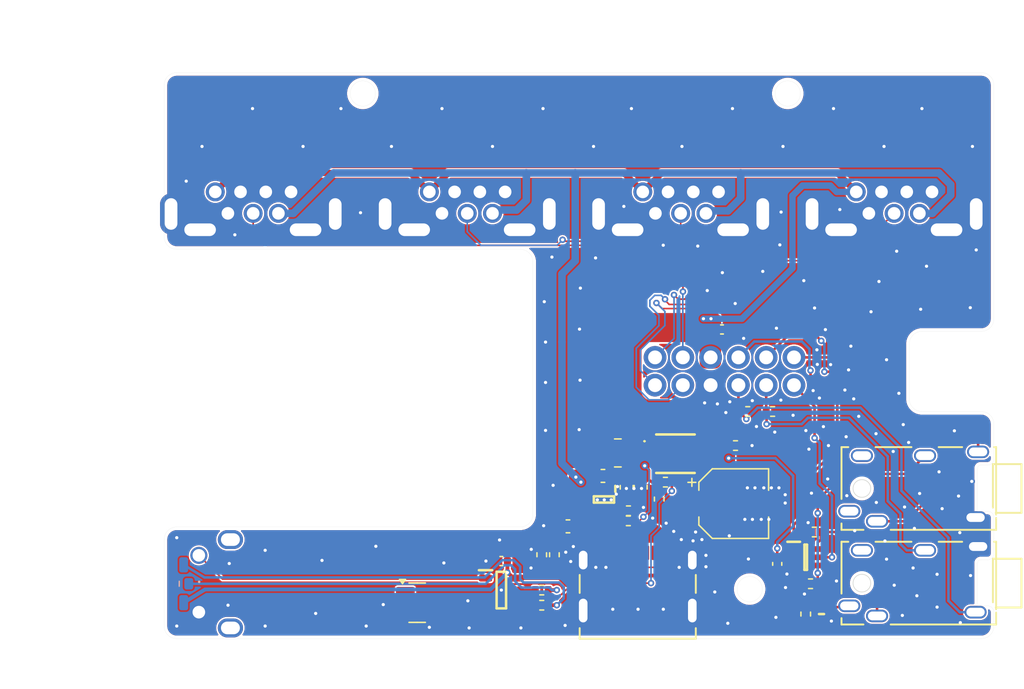
<source format=kicad_pcb>
(kicad_pcb (version 20241229) (generator "pcbnew") (generator_version "9.0")
  (layers (0 "F.Cu" signal) (2 "B.Cu" signal) (13 "F.Paste" user) (15 "B.Paste" user) (5 "F.SilkS" user "F.Silkscreen") (7 "B.SilkS" user "B.Silkscreen") (1 "F.Mask" user) (3 "B.Mask" user) (25 "Edge.Cuts" user))
  (net 0 "")
  (net 1 "VBUS")
  (net 2 "GND")
  (net 3 "Net-(IC1-IN)")
  (net 4 "Net-(J1-CC2)")
  (net 5 "Net-(J1-CC1)")
  (net 12 "VBUS_EN")
  (net 13 "~{VBUS_EN}")
  (net 14 "/LED_G")
  (net 15 "/LED_R")
  (net 17 "Mode")
  (net 18 "Pb")
  (net 19 "P3")
  (net 20 "P2")
  (net 21 "AUDIO_L")
  (net 22 "Pr")
  (net 23 "P4")
  (net 24 "AUDIO_R")
  (net 25 "P1")
  (net 26 "Y{slash}CVBS")
  (net 27 "Y")
  (net 28 "CVBS")
  (net 29 "VKAWAII_SWITCHED")
  (net 30 "VKAWAII")
  (net 32 "VKAWAII_EN")
  (net 35 "Net-(IC2-FB)")
  (net 37 "Net-(IC2-SW)")
  (footprint "SamacSys_Parts:SQS401ENT1_BE3" (layer "F.Cu") (at 158.485 117.045)
    (property "Reference" "Q2" (hide yes))
    (property "Value" "SI7111EDN-T1-GE3" (hide yes))
  )
  (footprint "Resistor_SMD:R_0402_1005Metric" (layer "F.Cu") (at 147.9 129.05 180)
    (property "Reference" "R5" (hide yes))
    (property "Value" "1k")
  )
  (footprint "SamacSys_Parts:gcc" (layer "F.Cu") (at 175.8 98.05)
    (property "Reference" "J8" (hide yes))
    (property "Value" "Wii GCC Port" (hide yes))
  )
  (footprint "Resistor_SMD:R_0402_1005Metric" (layer "F.Cu") (at 147.9 127.85 180)
    (property "Reference" "R4" (hide yes))
    (property "Value" "1k")
  )
  (footprint "trrs_pth:54-00176_TEN" (layer "F.Cu") (at 182.44835 124.400001 -90)
    (property "Reference" "J3" (hide yes))
    (property "Value" "54-00176")
    (fp_circle (center 2.9 9.2) (end 2.9 8.5) (stroke (width 0.05)) (fill no) (layer "Edge.Cuts"))
  )
  (footprint "Resistor_SMD:R_0402_1005Metric" (layer "F.Cu") (at 154.755 122.365 180)
    (property "Reference" "R6" (hide yes))
    (property "Value" "453k")
  )
  (footprint "Capacitor_SMD:C_0402_1005Metric" (layer "F.Cu") (at 166.543268 125.77502 -90)
    (property "Reference" "C8" (hide yes))
    (property "Value" "0.1μF")
  )
  (footprint "Resistor_SMD:R_0402_1005Metric" (layer "F.Cu") (at 147.9 125.05 90)
    (property "Reference" "R2" (hide yes))
    (property "Value" "5.1k")
  )
  (footprint "Resistor_SMD:R_0402_1005Metric" (layer "F.Cu") (at 148.9 125.05 90)
    (property "Reference" "R3" (hide yes))
    (property "Value" "5.1k")
  )
  (footprint "Resistor_SMD:R_0402_1005Metric" (layer "F.Cu") (at 164.21 113.7)
    (property "Reference" "R12" (hide yes))
    (property "Value" "75")
  )
  (footprint "Capacitor_SMD:C_0603_1608Metric" (layer "F.Cu") (at 149.975 122.8 180)
    (property "Reference" "C1" (hide yes))
    (property "Value" "22μF")
  )
  (footprint "Resistor_SMD:R_0402_1005Metric" (layer "F.Cu") (at 154.765 121.565)
    (property "Reference" "R7" (hide yes))
    (property "Value" "100k")
  )
  (footprint "Resistor_SMD:R_0402_1005Metric" (layer "F.Cu") (at 166.18 113.7)
    (property "Reference" "R15" (hide yes))
    (property "Value" "75")
  )
  (footprint "Capacitor_SMD:C_0402_1005Metric" (layer "F.Cu") (at 162.17 107.2)
    (property "Reference" "C7" (hide yes))
    (property "Value" "1uF")
  )
  (footprint "Resistor_SMD:R_0402_1005Metric" (layer "F.Cu") (at 157.2 120.64 -90)
    (property "Reference" "R8" (hide yes))
    (property "Value" "5.1k")
  )
  (footprint "Resistor_SMD:R_0402_1005Metric" (layer "F.Cu") (at 157.69 119.3)
    (property "Reference" "R9" (hide yes))
    (property "Value" "100k")
  )
  (footprint "SamacSys_Parts:gcc" (layer "F.Cu") (at 125.05 98.05)
    (property "Reference" "J5" (hide yes))
    (property "Value" "Wii GCC Port" (hide yes))
  )
  (footprint "Capacitor_SMD:CP_Elec_5x5.8" (layer "F.Cu") (at 163.1 121)
    (property "Reference" "C6" (hide yes))
    (property "Value" "68uF")
  )
  (footprint "SamacSys_Parts:DIONC1006X55N" (layer "F.Cu") (at 170.05 129.75 90)
    (property "Reference" "D3" (hide yes))
    (property "Value" "GG0402052R542P" (hide yes))
  )
  (footprint "Package_TO_SOT_SMD:SOT-23" (layer "F.Cu") (at 138.0375 128.85)
    (property "Reference" "D1" (hide yes))
    (property "Value" "BAT54C")
  )
  (footprint "SamacSys_Parts:pogo" (layer "F.Cu") (at 156.87 109.413086)
    (property "Reference" "J2" (hide yes))
    (property "Value" "https://www.aliexpress.us/item/3256804525568376.html" (hide yes))
  )
  (footprint "SamacSys:SOT95P275X110-6N" (layer "F.Cu") (at 144.7 127.85)
    (property "Reference" "IC1" (hide yes))
    (property "Value" "MAX16054AZT+T" (hide yes))
  )
  (footprint "SamacSys_Parts:6x6x8mm_tact_ra" (layer "F.Cu") (at 123.25 130.85 90)
    (property "Reference" "SW1" (hide yes))
    (property "Value" "FSMRA4JH04")
  )
  (footprint "Capacitor_SMD:C_0603_1608Metric" (layer "F.Cu") (at 154.625 119.705 -90)
    (property "Reference" "C5" (hide yes))
    (property "Value" "22μF")
  )
  (footprint "trrs_pth:54-00176_TEN" (layer "F.Cu") (at 182.44835 116.900001 -90)
    (property "Reference" "J4" (hide yes))
    (property "Value" "54-00176")
    (fp_circle (center 2.9 9.2) (end 2.9 8.5) (stroke (width 0.05)) (fill no) (layer "Edge.Cuts"))
  )
  (footprint "Capacitor_SMD:C_0603_1608Metric" (layer "F.Cu") (at 155.735 119.705 -90)
    (property "Reference" "C4" (hide yes))
    (property "Value" "22μF")
  )
  (footprint "Capacitor_SMD:C_0402_1005Metric" (layer "F.Cu") (at 144.7 125.55 180)
    (property "Reference" "C2" (hide yes))
    (property "Value" "0.1μF")
  )
  (footprint "Inductor_SMD:L_1008_2520Metric" (layer "F.Cu") (at 153.925 116.985)
    (property "Reference" "L1" (hide yes))
    (property "Value" "MGV252010R22M-10")
  )
  (footprint "Capacitor_SMD:C_0603_1608Metric" (layer "F.Cu") (at 152.745 118.805)
    (property "Reference" "C3" (hide yes))
    (property "Value" "22μF")
  )
  (footprint "SamacSys:SOTFL50P160X60-6N" (layer "F.Cu") (at 152.825 120.67 -90)
    (property "Reference" "IC2" (hide yes))
    (property "Value" "TPS62A06ADRLR" (hide yes))
  )
  (footprint "SamacSys_Parts:2171790001" (layer "F.Cu") (at 155.5 128.2)
    (property "Reference" "J1" (hide yes))
    (property "Value" "217179-0001" (hide yes))
  )
  (footprint "SamacSys_Parts:SOT65P210X110-6N" (layer "F.Cu") (at 168.8 125.25)
    (property "Reference" "IC3" (hide yes))
    (property "Value" "TS5A4624DCKR" (hide yes))
  )
  (footprint "SamacSys_Parts:gcc" (layer "F.Cu") (at 142 98.05)
    (property "Reference" "J6" (hide yes))
    (property "Value" "Wii GCC Port" (hide yes))
  )
  (footprint "Resistor_SMD:R_0402_1005Metric" (layer "F.Cu") (at 169.18 127.35 180)
    (property "Reference" "R14" (hide yes))
    (property "Value" "75")
  )
  (footprint "Resistor_SMD:R_0402_1005Metric" (layer "F.Cu") (at 169.480411 123.25 180)
    (property "Reference" "R13" (hide yes))
    (property "Value" "75")
  )
  (footprint "Resistor_SMD:R_0402_1005Metric" (layer "F.Cu") (at 168.8 129.75 90)
    (property "Reference" "R11" (hide yes))
    (property "Value" "5.1k")
  )
  (footprint "Resistor_SMD:R_0402_1005Metric" (layer "F.Cu") (at 163.24 116.4)
    (property "Reference" "R10" (hide yes))
    (property "Value" "5.1k")
  )
  (footprint "SamacSys_Parts:gcc" (layer "F.Cu") (at 158.9 98.05)
    (property "Reference" "J7" (hide yes))
    (property "Value" "Wii GCC Port" (hide yes))
  )
  (footprint "SamacSys_Parts:155124RG73200" (layer "B.Cu") (at 119.9 127.35 -90)
    (property "Reference" "D2" (hide yes))
    (property "Value" "LED_Dual_KAK" (hide yes))
  )
  (gr_poly (pts (xy 155.661987 103.040863) (xy 155.688058 103.041079) (xy 155.705858 103.041496) (xy 155.717118 103.042178) (xy 155.723568 103.043191) (xy 155.72553 103.043842) (xy 155.726939 103.044601) (xy 155.72896 103.046473) (xy 155.729416 103.047017) (xy 155.729845 103.04765) (xy 155.730247 103.048431) (xy 155.730624 103.049422) (xy 155.730977 103.05068) (xy 155.731306 103.052267) (xy 155.731613 103.054242) (xy 155.731899 103.056666) (xy 155.732164 103.059598) (xy 155.73241 103.063097) (xy 155.732638 103.067225) (xy 155.732848 103.072041) (xy 155.733041 103.077604) (xy 155.73322 103.083976) (xy 155.733384 103.091215) (xy 155.733535 103.099381) (xy 155.7338 103.118737) (xy 155.734024 103.142522) (xy 155.734214 103.171216) (xy 155.734379 103.205299) (xy 155.734665 103.291546) (xy 155.734945 103.405099) (xy 155.735044 103.65531) (xy 155.734283 103.736912) (xy 155.732691 103.79654) (xy 155.73005 103.839464) (xy 155.726143 103.870956) (xy 155.720751 103.896287) (xy 155.713656 103.920726) (xy 155.709027 103.934584) (xy 155.703869 103.948134) (xy 155.698189 103.96137) (xy 155.691997 103.974284) (xy 155.685302 103.986871) (xy 155.678113 103.999124) (xy 155.67044 104.011037) (xy 155.66229 104.022603) (xy 155.653674 104.033816) (xy 155.644601 104.04467) (xy 155.635079 104.055157) (xy 155.625118 104.065272) (xy 155.614727 104.075008) (xy 155.603915 104.084358) (xy 155.592691 104.093317) (xy 155.581064 104.101877) (xy 155.569044 104.110033) (xy 155.556639 104.117777) (xy 155.543859 104.125104) (xy 155.530712 104.132006) (xy 155.517209 104.138478) (xy 155.503357 104.144513) (xy 155.489166 104.150105) (xy 155.474646 104.155247) (xy 155.459805 104.159932) (xy 155.444652 104.164155) (xy 155.429196 104.167909) (xy 155.413448 104.171187) (xy 155.397415 104.173983) (xy 155.381107 104.17629) (xy 155.364533 104.178102) (xy 155.347702 104.179413) (xy 155.320113 104.180455) (xy 155.293197 104.180092) (xy 155.26694 104.178318) (xy 155.241326 104.175128) (xy 155.21634 104.170514) (xy 155.191969 104.164471) (xy 155.168196 104.156992) (xy 155.145008 104.148071) (xy 155.122389 104.137703) (xy 155.100326 104.125879) (xy 155.078802 104.112595) (xy 155.057803 104.097845) (xy 155.037314 104.081621) (xy 155.017322 104.063917) (xy 154.99781 104.044728) (xy 154.978764 104.024047) (xy 154.953894 103.995727) (xy 154.93422 104.021954) (xy 154.917587 104.04289) (xy 154.900212 104.062336) (xy 154.88209 104.080295) (xy 154.863217 104.096769) (xy 154.843586 104.111761) (xy 154.833485 104.118702) (xy 154.823193 104.125273) (xy 154.812709 104.131474) (xy 154.802032 104.137306) (xy 154.791162 104.142769) (xy 154.780099 104.147863) (xy 154.768841 104.152589) (xy 154.757388 104.156947) (xy 154.74574 104.160937) (xy 154.733895 104.16456) (xy 154.709614 104.170703) (xy 154.68454 104.17538) (xy 154.658668 104.178592) (xy 154.631992 104.180342) (xy 154.604508 104.180631) (xy 154.576211 104.179462) (xy 154.576212 104.179446) (xy 154.563758 104.178498) (xy 154.55155 104.17731) (xy 154.539574 104.175879) (xy 154.527814 104.1742) (xy 154.516255 104.172271) (xy 154.504883 104.170087) (xy 154.493681 104.167644) (xy 154.482634 104.164939) (xy 154.471728 104.161966) (xy 154.460947 104.158723) (xy 154.450276 104.155206) (xy 154.439699 104.151411) (xy 154.429202 104.147333) (xy 154.41877 104.142969) (xy 154.408387 104.138315) (xy 154.398037 104.133367) (xy 154.376897 104.122164) (xy 154.356809 104.109929) (xy 154.337791 104.096686) (xy 154.319859 104.082457) (xy 154.30303 104.067267) (xy 154.287319 104.051138) (xy 154.272743 104.034095) (xy 154.259319 104.016161) (xy 154.247063 103.997359) (xy 154.235992 103.977713) (xy 154.226122 103.957247) (xy 154.217469 103.935983) (xy 154.21005 103.913946) (xy 154.203881 103.891159) (xy 154.198979 103.867646) (xy 154.19536 103.843429) (xy 154.194591 103.831802) (xy 154.193968 103.810333) (xy 154.193143 103.734658) (xy 154.192848 103.609983) (xy 154.193049 103.429887) (xy 154.193859 103.042108) (xy 154.497574 103.042108) (xy 154.49905 103.395989) (xy 154.5 103.6) (xy 154.501088 103.707608) (xy 154.501896 103.736066) (xy 154.502992 103.753389) (xy 154.504461 103.763899) (xy 154.506389 103.771919) (xy 154.507983 103.777699) (xy 154.509627 103.783215) (xy 154.511329 103.788482) (xy 154.513099 103.793519) (xy 154.514944 103.798342) (xy 154.516875 103.802968) (xy 154.518898 103.807415) (xy 154.521025 103.811698) (xy 154.523262 103.815835) (xy 154.525619 103.819843) (xy 154.528105 103.82374) (xy 154.530729 103.827541) (xy 154.533499 103.831263) (xy 154.536424 103.834925) (xy 154.539513 103.838543) (xy 154.542775 103.842133) (xy 154.546104 103.845575) (xy 154.549512 103.848867) (xy 154.553002 103.852011) (xy 154.556578 103.855008) (xy 154.560242 103.857861) (xy 154.563999 103.860572) (xy 154.567852 103.863142) (xy 154.571804 103.865573) (xy 154.575858 103.867869) (xy 154.580018 103.87003) (xy 154.584288 103.872059) (xy 154.58867 103.873957) (xy 154.593168 103.875727) (xy 154.597786 103.877371) (xy 154.602527 103.878891) (xy 154.607394 103.880288) (xy 154.612358 103.881466) (xy 154.617934 103.882486) (xy 154.624031 103.88335) (xy 154.630557 103.884058) (xy 154.637421 103.884609) (xy 154.644531 103.885004) (xy 154.659126 103.885324) (xy 154.666428 103.885249) (xy 154.67361 103.885018) (xy 154.680582 103.88463) (xy 154.687252 103.884086) (xy 154.693528 103.883386) (xy 154.69932 103.882529) (xy 154.704536 103.881516) (xy 154.709084 103.880346) (xy 154.71816 103.877396) (xy 154.726692 103.87412) (xy 154.734704 103.870496) (xy 154.742213 103.866501) (xy 154.749243 103.862114) (xy 154.752583 103.859767) (xy 154.755812 103.857313) (xy 154.75893 103.854749) (xy 154.761941 103.852074) (xy 154.764847 103.849284) (xy 154.767652 103.846377) (xy 154.770356 103.843349) (xy 154.772964 103.840198) (xy 154.777898 103.833516) (xy 154.782474 103.826309) (xy 154.786714 103.818554) (xy 154.790638 103.81023) (xy 154.794266 103.801314) (xy 154.797619 103.791784) (xy 154.800717 103.781617) (xy 154.801761 103.777852) (xy 154.802235 103.775979) (xy 154.802677 103.774021) (xy 154.803091 103.771908) (xy 154.803476 103.769571) (xy 154.803834 103.766941) (xy 154.804168 103.763949) (xy 154.804477 103.760525) (xy 154.804763 103.7566) (xy 154.805028 103.752105) (xy 154.805273 103.74697) (xy 154.805499 103.741126) (xy 154.805709 103.734505) (xy 154.80608 103.718651) (xy 154.806398 103.698855) (xy 154.806674 103.674562) (xy 154.806917 103.645218) (xy 154.80714 103.610269) (xy 154.807565 103.521341) (xy 154.808034 103.403347) (xy 154.809881 103.106586) (xy 154.811301 103.056484) (xy 154.812277 103.046653) (xy 154.813486 103.043405) (xy 154.814611 103.043109) (xy 154.817044 103.042828) (xy 154.825651 103.042316) (xy 154.838945 103.041871) (xy 154.856561 103.041499) (xy 154.903307 103.040982) (xy 154.962978 103.040796) (xy 155.041486 103.040899) (xy 155.085776 103.041472) (xy 155.098248 103.042029) (xy 155.105954 103.042818) (xy 155.110159 103.043876) (xy 155.111342 103.044518) (xy 155.112124 103.045242) (xy 155.112408 103.045763) (xy 155.112679 103.04665) (xy 155.113185 103.049648) (xy 155.113647 103.0545) (xy 155.114067 103.061466) (xy 155.114799 103.082789) (xy 155.115411 103.115709) (xy 155.115933 103.16232) (xy 155.116394 103.224715) (xy 155.117256 103.405226) (xy 155.118164 103.610477) (xy 155.119231 103.718371) (xy 155.120034 103.746698) (xy 155.121128 103.76375) (xy 155.122598 103.773884) (xy 155.124527 103.781455) (xy 155.128405 103.793896) (xy 155.132766 103.805475) (xy 155.135134 103.810946) (xy 155.13763 103.816207) (xy 155.140257 103.821261) (xy 155.143017 103.82611) (xy 155.145912 103.830754) (xy 155.148945 103.835196) (xy 155.152119 103.839438) (xy 155.155434 103.843483) (xy 155.158895 103.847331) (xy 155.162503 103.850984) (xy 155.166261 103.854445) (xy 155.170172 103.857716) (xy 155.174236 103.860798) (xy 155.178458 103.863694) (xy 155.182839 103.866405) (xy 155.187382 103.868933) (xy 155.19209 103.87128) (xy 155.196964 103.873448) (xy 155.202006 103.875439) (xy 155.207221 103.877255) (xy 155.212609 103.878897) (xy 155.218173 103.880368) (xy 155.223916 103.88167) (xy 155.22984 103.882804) (xy 155.242241 103.884578) (xy 155.255395 103.885705) (xy 155.26811 103.88611) (xy 155.280492 103.885796) (xy 155.292514 103.884775) (xy 155.30415 103.883061) (xy 155.315374 103.880666) (xy 155.326159 103.877603) (xy 155.336478 103.873886) (xy 155.346305 103.869528) (xy 155.355613 103.86454) (xy 155.364376 103.858937) (xy 155.372567 103.852732) (xy 155.38016 103.845936) (xy 155.387128 103.838564) (xy 155.393444 103.830629) (xy 155.399083 103.822142) (xy 155.404017 103.813118) (xy 155.405919 103.809069) (xy 155.40793 103.804452) (xy 155.40999 103.79943) (xy 155.412037 103.794162) (xy 155.41401 103.78881) (xy 155.415849 103.783534) (xy 155.417492 103.778497) (xy 155.418879 103.773858) (xy 155.424884 103.752594) (xy 155.425712 103.40023) (xy 155.427034 103.129998) (xy 155.428098 103.066028) (xy 155.428748 103.050131) (xy 155.429483 103.044314) (xy 155.429786 103.044054) (xy 155.430259 103.043806) (xy 155.430912 103.04357) (xy 155.431758 103.043345) (xy 155.43407 103.042931) (xy 155.437282 103.042561) (xy 155.441482 103.042232) (xy 155.446759 103.041943) (xy 155.4532 103.041691) (xy 155.460894 103.041475) (xy 155.480392 103.04114) (xy 155.505958 103.040922) (xy 155.538296 103.040804) (xy 155.578112 103.040768)) (stroke (width -0.000001)) (fill yes) (layer "F.Cu"))
  (gr_poly (pts (xy 152.123211 102.551445) (xy 152.166323 102.552) (xy 152.180001 102.552467) (xy 152.18928 102.553081) (xy 152.194799 102.55386) (xy 152.196348 102.554315) (xy 152.197197 102.554818) (xy 152.197459 102.555324) (xy 152.197709 102.556326) (xy 152.198177 102.559961) (xy 152.198601 102.565993) (xy 152.198986 102.574697) (xy 152.199647 102.601212) (xy 152.200181 102.641687) (xy 152.200609 102.698307) (xy 152.200955 102.773255) (xy 152.201481 102.986866) (xy 152.202237 103.415388) (xy 152.255714 103.414487) (xy 152.275973 103.414044) (xy 152.284402 103.413746) (xy 152.29186 103.413352) (xy 152.298472 103.412831) (xy 152.30436 103.412151) (xy 152.309647 103.411279) (xy 152.314456 103.410183) (xy 152.318911 103.40883) (xy 152.323134 103.407188) (xy 152.327249 103.405224) (xy 152.331378 103.402906) (xy 152.335645 103.400202) (xy 152.340173 103.397079) (xy 152.350504 103.389447) (xy 152.353715 103.386887) (xy 152.357086 103.383945) (xy 152.360586 103.38066) (xy 152.364184 103.377069) (xy 152.367847 103.373212) (xy 152.371545 103.369127) (xy 152.375246 103.364852) (xy 152.378919 103.360426) (xy 152.382533 103.355888) (xy 152.386056 103.351275) (xy 152.389456 103.346628) (xy 152.392703 103.341984) (xy 152.395765 103.337381) (xy 152.398611 103.332859) (xy 152.401209 103.328456) (xy 152.403528 103.32421) (xy 152.410475 103.309303) (xy 152.425202 103.276723) (xy 152.469356 103.177776) (xy 152.529521 103.042188) (xy 152.684868 103.041468) (xy 152.770281 103.041177) (xy 152.817561 103.041568) (xy 152.830629 103.042105) (xy 152.838639 103.042916) (xy 152.843082 103.044037) (xy 152.84545 103.0455) (xy 152.846121 103.046139) (xy 152.846732 103.046787) (xy 152.847282 103.047447) (xy 152.847535 103.047782) (xy 152.847773 103.048122) (xy 152.847996 103.048466) (xy 152.848205 103.048815) (xy 152.848399 103.049169) (xy 152.848579 103.049528) (xy 152.848745 103.049894) (xy 152.848897 103.050265) (xy 152.849034 103.050644) (xy 152.849158 103.051029) (xy 152.849268 103.051421) (xy 152.849364 103.051821) (xy 152.849447 103.052228) (xy 152.849516 103.052644) (xy 152.849572 103.053069) (xy 152.849615 103.053502) (xy 152.84966 103.054398) (xy 152.849654 103.055333) (xy 152.849597 103.056311) (xy 152.849489 103.057335) (xy 152.849332 103.058407) (xy 152.843992 103.072337) (xy 152.83073 103.103231) (xy 152.789471 103.195895) (xy 152.743611 103.296367) (xy 152.724598 103.337022) (xy 152.711205 103.364618) (xy 152.703121 103.380198) (xy 152.695233 103.394618) (xy 152.687494 103.407929) (xy 152.679852 103.420181) (xy 152.67226 103.431427) (xy 152.664668 103.441717) (xy 152.657026 103.451103) (xy 152.649286 103.459635) (xy 152.641397 103.467366) (xy 152.633311 103.474347) (xy 152.624978 103.480628) (xy 152.61635 103.486261) (xy 152.607376 103.491298) (xy 152.598007 103.49579) (xy 152.588195 103.499787) (xy 152.577889 103.503342) (xy 152.574052 103.504599) (xy 152.570441 103.505865) (xy 152.567139 103.507104) (xy 152.564226 103.508281) (xy 152.561785 103.509364) (xy 152.559895 103.510316) (xy 152.559183 103.510733) (xy 152.558639 103.511105) (xy 152.558274 103.511426) (xy 152.558098 103.511694) (xy 152.558097 103.51182) (xy 152.558172 103.511961) (xy 152.55832 103.512116) (xy 152.558541 103.512284) (xy 152.559189 103.51266) (xy 152.560103 103.513084) (xy 152.561268 103.513552) (xy 152.562668 103.514059) (xy 152.564291 103.514601) (xy 152.566121 103.515173) (xy 152.568143 103.51577) (xy 152.570344 103.516389) (xy 152.572708 103.517025) (xy 152.575221 103.517673) (xy 152.580638 103.518988) (xy 152.586476 103.520299) (xy 152.613835 103.526863) (xy 152.639324 103.534374) (xy 152.662997 103.54289) (xy 152.684907 103.552465) (xy 152.695219 103.557667) (xy 152.70511 103.563155) (xy 152.714588 103.568936) (xy 152.723659 103.575016) (xy 152.73233 103.581403) (xy 152.740608 103.588104) (xy 152.7485 103.595125) (xy 152.756013 103.602474) (xy 152.763152 103.610157) (xy 152.769926 103.618181) (xy 152.776341 103.626554) (xy 152.782403 103.635283) (xy 152.78812 103.644373) (xy 152.793498 103.653833) (xy 152.798543 103.663669) (xy 152.803264 103.673888) (xy 152.811756 103.695504) (xy 152.819029 103.718736) (xy 152.825137 103.74364) (xy 152.830133 103.770271) (xy 152.831459 103.779839) (xy 152.832028 103.785277) (xy 152.83254 103.791361) (xy 152.833414 103.806092) (xy 152.834114 103.825285) (xy 152.834678 103.850193) (xy 152.835142 103.88207) (xy 152.835911 103.971747) (xy 152.836314 104.054846) (xy 152.836134 104.108754) (xy 152.835317 104.138395) (xy 152.834652 104.145653) (xy 152.833807 104.14869) (xy 152.829844 104.149766) (xy 152.820384 104.150692) (xy 152.788091 104.152099) (xy 152.74316 104.152915) (xy 152.691823 104.153147) (xy 152.640314 104.152799) (xy 152.594864 104.151876) (xy 152.561706 104.150385) (xy 152.551684 104.149428) (xy 152.547072 104.14833) (xy 152.541046 104.144117) (xy 152.541046 104.007886) (xy 152.540832 103.952065) (xy 152.540241 103.904071) (xy 152.539347 103.868195) (xy 152.53881 103.856141) (xy 152.538225 103.848725) (xy 152.536042 103.833944) (xy 152.533217 103.819989) (xy 152.529744 103.806853) (xy 152.525616 103.794526) (xy 152.520826 103.783001) (xy 152.515368 103.77227) (xy 152.509235 103.762323) (xy 152.502421 103.753152) (xy 152.498755 103.748856) (xy 152.494917 103.744751) (xy 152.490905 103.740835) (xy 152.486719 103.737109) (xy 152.482357 103.733571) (xy 152.477818 103.730219) (xy 152.468209 103.724073) (xy 152.457884 103.718662) (xy 152.446837 103.713979) (xy 152.435061 103.710014) (xy 152.422549 103.706759) (xy 152.419461 103.706114) (xy 152.416173 103.705532) (xy 152.412602 103.705011) (xy 152.408666 103.704547) (xy 152.404281 103.704138) (xy 152.399364 103.70378) (xy 152.393833 103.703471) (xy 152.387605 103.703207) (xy 152.372725 103.702803) (xy 152.35406 103.702545) (xy 152.330949 103.702408) (xy 152.302726 103.702367) (xy 152.20242 103.702367) (xy 152.201502 103.922696) (xy 152.200192 104.079698) (xy 152.199278 104.128543) (xy 152.198329 104.147772) (xy 152.198105 104.148176) (xy 152.197815 104.148555) (xy 152.197438 104.148913) (xy 152.196951 104.149248) (xy 152.196334 104.149562) (xy 152.195564 104.149855) (xy 152.19462 104.150128) (xy 152.19348 104.150383) (xy 152.192123 104.150618) (xy 152.190527 104.150836) (xy 152.18867 104.151037) (xy 152.186532 104.151222) (xy 152.18409 104.15139) (xy 152.181322 104.151544) (xy 152.178208 104.151683) (xy 152.174725 104.151809) (xy 152.166569 104.152021) (xy 152.156679 104.152188) (xy 152.144885 104.152314) (xy 152.131012 104.152404) (xy 152.114888 104.152465) (xy 152.09634 104.152501) (xy 152.051283 104.152524) (xy 151.906495 104.152524) (xy 151.9065 103.353876) (xy 151.907181 102.669956) (xy 151.908601 102.572504) (xy 151.909746 102.557072) (xy 151.911245 102.553233) (xy 151.912449 102.553034) (xy 151.915032 102.55284) (xy 151.924043 102.552474) (xy 151.955381 102.551856) (xy 152.000547 102.551441) (xy 152.054831 102.551289)) (stroke (width -0.000001)) (fill yes) (layer "F.Cu"))
  (gr_poly (pts (xy 154.92621 102.532963) (xy 154.935668 102.533519) (xy 154.945134 102.534505) (xy 154.954566 102.535916) (xy 154.963927 102.537747) (xy 154.973177 102.539993) (xy 154.982277 102.542649) (xy 154.991187 102.545711) (xy 154.999869 102.549173) (xy 155.008284 102.553031) (xy 155.016391 102.557279) (xy 155.023369 102.561427) (xy 155.030198 102.565975) (xy 155.036857 102.570897) (xy 155.043325 102.576167) (xy 155.049581 102.58176) (xy 155.055603 102.587649) (xy 155.061371 102.59381) (xy 155.066864 102.600217) (xy 155.072061 102.606843) (xy 155.07694 102.613663) (xy 155.08148 102.620653) (xy 155.085661 102.627785) (xy 155.089462 102.635034) (xy 155.092861 102.642375) (xy 155.095837 102.649782) (xy 155.09837 102.65723) (xy 155.099535 102.661036) (xy 155.100555 102.664555) (xy 155.10144 102.667993) (xy 155.102199 102.671558) (xy 155.102534 102.673452) (xy 155.102842 102.675455) (xy 155.103123 102.677593) (xy 155.103378 102.679892) (xy 155.103818 102.685075) (xy 155.10417 102.691211) (xy 155.104445 102.698506) (xy 155.104651 102.707167) (xy 155.1048 102.7174) (xy 155.1049 102.729413) (xy 155.104992 102.759603) (xy 155.105006 102.79939) (xy 155.105006 102.920061) (xy 155.021697 102.920781) (xy 154.938387 102.9215) (xy 154.937631 102.793331) (xy 154.936875 102.665162) (xy 154.930531 102.652959) (xy 154.929198 102.650479) (xy 154.927822 102.648084) (xy 154.926402 102.645774) (xy 154.924939 102.643547) (xy 154.92343 102.641405) (xy 154.921877 102.639346) (xy 154.920277 102.63737) (xy 154.918631 102.635477) (xy 154.916937 102.633666) (xy 154.915196 102.631938) (xy 154.913407 102.630291) (xy 154.911569 102.628726) (xy 154.909682 102.627242) (xy 154.907744 102.625838) (xy 154.905756 102.624515) (xy 154.903717 102.623272) (xy 154.901626 102.622109) (xy 154.899483 102.621026) (xy 154.897287 102.620021) (xy 154.895037 102.619095) (xy 154.892733 102.618248) (xy 154.890375 102.617479) (xy 154.887961 102.616787) (xy 154.885492 102.616173) (xy 154.882966 102.615636) (xy 154.880383 102.615175) (xy 154.877743 102.614791) (xy 154.875044 102.614483) (xy 154.872287 102.614251) (xy 154.869471 102.614094) (xy 154.863657 102.614004) (xy 154.858144 102.61421) (xy 154.852801 102.614691) (xy 154.847628 102.615449) (xy 154.842626 102.616482) (xy 154.837796 102.617789) (xy 154.833141 102.619372) (xy 154.828659 102.62123) (xy 154.824354 102.623361) (xy 154.820225 102.625766) (xy 154.816273 102.628445) (xy 154.8125 102.631398) (xy 154.808907 102.634623) (xy 154.805495 102.638121) (xy 154.802264 102.641891) (xy 154.799216 102.645934) (xy 154.796352 102.650248) (xy 154.795328 102.651948) (xy 154.794863 102.652799) (xy 154.794427 102.653682) (xy 154.794019 102.654622) (xy 154.793639 102.655643) (xy 154.793284 102.656769) (xy 154.792954 102.658024) (xy 154.792646 102.659433) (xy 154.792361 102.66102) (xy 154.792097 102.662809) (xy 154.791851 102.664824) (xy 154.791624 102.667089) (xy 154.791414 102.669629) (xy 154.79122 102.672468) (xy 154.791039 102.67563) (xy 154.790872 102.679139) (xy 154.790717 102.683019) (xy 154.790437 102.691991) (xy 154.79019 102.702739) (xy 154.789964 102.715458) (xy 154.789751 102.73034) (xy 154.78954 102.747579) (xy 154.789083 102.789903) (xy 154.787733 102.920067) (xy 154.704329 102.920786) (xy 154.620923 102.921506) (xy 154.621615 102.735049) (xy 154.622317 102.548575) (xy 154.787733 102.548575) (xy 154.788543 102.56564) (xy 154.789353 102.582704) (xy 154.79939 102.574821) (xy 154.802762 102.572284) (xy 154.806462 102.5697) (xy 154.810453 102.567087) (xy 154.814697 102.564464) (xy 154.819157 102.561849) (xy 154.823796 102.559261) (xy 154.828576 102.556719) (xy 154.833461 102.55424) (xy 154.838412 102.551844) (xy 154.843392 102.549549) (xy 154.848364 102.547373) (xy 154.853291 102.545336) (xy 154.858135 102.543454) (xy 154.862858 102.541748) (xy 154.867425 102.540235) (xy 154.871796 102.538935) (xy 154.880391 102.536807) (xy 154.889228 102.535139) (xy 154.898267 102.533925) (xy 154.90747 102.533161) (xy 154.916797 102.532843)) (stroke (width -0.000001)) (fill yes) (layer "F.Cu"))
  (gr_poly (pts (xy 153.136621 102.362912) (xy 153.161976 102.363258) (xy 153.179849 102.363772) (xy 153.185147 102.364077) (xy 153.187577 102.364406) (xy 153.187918 102.36456) (xy 153.18824 102.364759) (xy 153.188544 102.365008) (xy 153.188831 102.365315) (xy 153.189102 102.365685) (xy 153.189357 102.366126) (xy 153.189596 102.366644) (xy 153.18982 102.367246) (xy 153.190029 102.367939) (xy 153.190223 102.368728) (xy 153.190404 102.369621) (xy 153.190572 102.370624) (xy 153.190727 102.371744) (xy 153.190869 102.372988) (xy 153.191 102.374362) (xy 153.191119 102.375873) (xy 153.191228 102.377527) (xy 153.191326 102.379331) (xy 153.191492 102.383417) (xy 153.191622 102.388182) (xy 153.191721 102.39368) (xy 153.19179 102.399965) (xy 153.191835 102.407088) (xy 153.19186 102.415104) (xy 153.191867 102.424064) (xy 153.191867 102.482078) (xy 153.021027 102.482078) (xy 153.021027 102.424064) (xy 153.021172 102.393683) (xy 153.0214 102.383418) (xy 153.021772 102.375873) (xy 153.022319 102.370623) (xy 153.022668 102.368726) (xy 153.023072 102.367244) (xy 153.023535 102.366124) (xy 153.024061 102.365313) (xy 153.024653 102.364758) (xy 153.025316 102.364406) (xy 153.026152 102.364239) (xy 153.027746 102.364077) (xy 153.033045 102.363772) (xy 153.04088 102.363497) (xy 153.050918 102.363258) (xy 153.076272 102.362912) (xy 153.106447 102.362785)) (stroke (width -0.000001)) (fill yes) (layer "F.Cu"))
  (gr_poly (pts (xy 157.338224 102.563379) (xy 157.351401 102.564387) (xy 157.364089 102.566075) (xy 157.376278 102.568436) (xy 157.387961 102.571467) (xy 157.399127 102.575164) (xy 157.40977 102.579521) (xy 157.41988 102.584534) (xy 157.429449 102.590198) (xy 157.438468 102.596509) (xy 157.446929 102.603462) (xy 157.454823 102.611052) (xy 157.462141 102.619275) (xy 157.468876 102.628126) (xy 157.475018 102.6376) (xy 157.480559 102.647694) (xy 157.482993 102.652669) (xy 157.485229 102.657542) (xy 157.487271 102.662341) (xy 157.489127 102.667092) (xy 157.490802 102.671823) (xy 157.492303 102.676561) (xy 157.493635 102.681332) (xy 157.494804 102.686164) (xy 157.495817 102.691084) (xy 157.49668 102.696119) (xy 157.497398 102.701297) (xy 157.497979 102.706643) (xy 157.498427 102.712186) (xy 157.498749 102.717953) (xy 157.498951 102.72397) (xy 157.499039 102.730264) (xy 157.498923 102.742821) (xy 157.498707 102.748544) (xy 157.498372 102.753962) (xy 157.497908 102.759122) (xy 157.497305 102.764073) (xy 157.496552 102.768861) (xy 157.495639 102.773536) (xy 157.494555 102.778145) (xy 157.493292 102.782736) (xy 157.491837 102.787357) (xy 157.490182 102.792056) (xy 157.488316 102.796881) (xy 157.486228 102.801881) (xy 157.483908 102.807102) (xy 157.481347 102.812593) (xy 157.478503 102.818251) (xy 157.475443 102.823739) (xy 157.47217 102.829055) (xy 157.468688 102.834197) (xy 157.465001 102.839163) (xy 157.461113 102.84395) (xy 157.457029 102.848557) (xy 157.452752 102.852982) (xy 157.448287 102.857223) (xy 157.443637 102.861278) (xy 157.438807 102.865145) (xy 157.4338 102.868823) (xy 157.428621 102.872308) (xy 157.423274 102.875599) (xy 157.417763 102.878694) (xy 157.412091 102.881592) (xy 157.406263 102.884289) (xy 157.400284 102.886785) (xy 157.394156 102.889077) (xy 157.387884 102.891163) (xy 157.381472 102.893042) (xy 157.374925 102.894711) (xy 157.368246 102.896168) (xy 157.361439 102.897411) (xy 157.354508 102.898439) (xy 157.347458 102.899249) (xy 157.340292 102.89984) (xy 157.333014 102.900209) (xy 157.325629 102.900355) (xy 157.318141 102.900275) (xy 157.310553 102.899968) (xy 157.302871 102.899432) (xy 157.30287 102.899426) (xy 157.298843 102.898998) (xy 157.294564 102.898397) (xy 157.290071 102.897632) (xy 157.2854 102.896714) (xy 157.27567 102.894462) (xy 157.265667 102.891726) (xy 157.255683 102.888589) (xy 157.246011 102.885137) (xy 157.241383 102.883318) (xy 157.236942 102.881452) (xy 157.232725 102.87955) (xy 157.228769 102.877621) (xy 157.225374 102.875687) (xy 157.221648 102.873188) (xy 157.217652 102.870188) (xy 157.213448 102.866754) (xy 157.209098 102.862949) (xy 157.204664 102.858839) (xy 157.200208 102.854488) (xy 157.195791 102.849962) (xy 157.191476 102.845325) (xy 157.187325 102.840643) (xy 157.183398 102.83598) (xy 157.179759 102.831401) (xy 157.176468 102.826971) (xy 157.173588 102.822756) (xy 157.171181 102.818819) (xy 157.169308 102.815227) (xy 157.166749 102.809643) (xy 157.164453 102.804403) (xy 157.162407 102.799438) (xy 157.160598 102.794682) (xy 157.159012 102.790064) (xy 157.157636 102.785518) (xy 157.156456 102.780973) (xy 157.15546 102.776363) (xy 157.154633 102.771619) (xy 157.153964 102.766672) (xy 157.153437 102.761454) (xy 157.153041 102.755897) (xy 157.152761 102.749932) (xy 157.152585 102.743491) (xy 157.152489 102.728907) (xy 157.152563 102.716859) (xy 157.152755 102.707142) (xy 157.153128 102.699254) (xy 157.153401 102.695839) (xy 157.153742 102.692694) (xy 157.154159 102.689756) (xy 157.15466 102.686962) (xy 157.155252 102.68425) (xy 157.155943 102.681556) (xy 157.157654 102.675975) (xy 157.159854 102.669719) (xy 157.162336 102.66321) (xy 157.16494 102.65697) (xy 157.167672 102.650989) (xy 157.170541 102.645257) (xy 157.173554 102.639764) (xy 157.176718 102.634501) (xy 157.180041 102.629458) (xy 157.18353 102.624625) (xy 157.187192 102.619992) (xy 157.191035 102.615549) (xy 157.195066 102.611287) (xy 157.199293 102.607195) (xy 157.203723 102.603265) (xy 157.208364 102.599486) (xy 157.213222 102.595848) (xy 157.218305 102.592342) (xy 157.224362 102.588458) (xy 157.230338 102.584891) (xy 157.236269 102.581632) (xy 157.242188 102.578672) (xy 157.248128 102.576001) (xy 157.254124 102.573611) (xy 157.260209 102.57149) (xy 157.266418 102.569632) (xy 157.272782 102.568025) (xy 157.279338 102.566661) (xy 157.286118 102.565531) (xy 157.293156 102.564625) (xy 157.300486 102.563933) (xy 157.308141 102.563447) (xy 157.316157 102.563158) (xy 157.324565 102.563055)) (stroke (width -0.000001)) (fill yes) (layer "F.Cu"))
  (gr_poly (pts (xy 154.021659 102.495558) (xy 154.065725 102.496277) (xy 154.109791 102.496997) (xy 154.109791 102.553942) (xy 154.065744 102.554661) (xy 154.021698 102.555381) (xy 154.020995 102.73768) (xy 154.020293 102.919976) (xy 153.937398 102.920696) (xy 153.905065 102.920815) (xy 153.87831 102.920653) (xy 153.859913 102.920243) (xy 153.854718 102.919955) (xy 153.852658 102.919617) (xy 153.85248 102.918532) (xy 153.852298 102.915583) (xy 153.851953 102.904627) (xy 153.851365 102.865107) (xy 153.850967 102.807099) (xy 153.85082 102.736592) (xy 153.85082 102.555356) (xy 153.761333 102.555356) (xy 153.761333 102.495695) (xy 153.85082 102.495695) (xy 153.85082 102.422477) (xy 154.021659 102.422477)) (stroke (width -0.000001)) (fill yes) (layer "F.Cu"))
  (gr_poly (pts (xy 153.592498 102.53323) (xy 153.601925 102.534098) (xy 153.611301 102.535402) (xy 153.620595 102.537139) (xy 153.629773 102.539305) (xy 153.638804 102.541895) (xy 153.647656 102.544908) (xy 153.656296 102.548338) (xy 153.664693 102.552181) (xy 153.672813 102.556436) (xy 153.681179 102.561345) (xy 153.689124 102.56648) (xy 153.69665 102.571847) (xy 153.703763 102.577452) (xy 153.710467 102.5833) (xy 153.716767 102.589397) (xy 153.722667 102.595749) (xy 153.728172 102.602361) (xy 153.733285 102.609239) (xy 153.738012 102.616389) (xy 153.742357 102.623816) (xy 153.746325 102.631527) (xy 153.749919 102.639526) (xy 153.753145 102.64782) (xy 153.756006 102.656413) (xy 153.758508 102.665313) (xy 153.759441 102.66905) (xy 153.760263 102.672651) (xy 153.760978 102.676286) (xy 153.761594 102.680124) (xy 153.762117 102.684334) (xy 153.762552 102.689085) (xy 153.762905 102.694547) (xy 153.763182 102.70089) (xy 153.763389 102.708281) (xy 153.763533 102.71689) (xy 153.763619 102.726888) (xy 153.763653 102.738442) (xy 153.76359 102.766898) (xy 153.763391 102.803612) (xy 153.762689 102.920124) (xy 153.597273 102.920124) (xy 153.595905 102.791315) (xy 153.595091 102.731699) (xy 153.594088 102.690461) (xy 153.593493 102.676105) (xy 153.592825 102.665589) (xy 153.592075 102.658661) (xy 153.591234 102.655071) (xy 153.590841 102.654252) (xy 153.590347 102.653335) (xy 153.58976 102.652329) (xy 153.589088 102.651245) (xy 153.588336 102.650092) (xy 153.587513 102.648881) (xy 153.585682 102.646322) (xy 153.583654 102.643648) (xy 153.581486 102.640939) (xy 153.579238 102.638275) (xy 153.578101 102.636985) (xy 153.576967 102.635735) (xy 153.574137 102.632894) (xy 153.571036 102.630203) (xy 153.56769 102.62767) (xy 153.564125 102.625306) (xy 153.56037 102.62312) (xy 153.556449 102.621121) (xy 153.552391 102.619319) (xy 153.548221 102.617724) (xy 153.543965 102.616343) (xy 153.539652 102.615188) (xy 153.535307 102.614267) (xy 153.530957 102.613591) (xy 153.526629 102.613167) (xy 153.522348 102.613006) (xy 153.518143 102.613117) (xy 153.514039 102.61351) (xy 153.510402 102.614085) (xy 153.506725 102.614845) (xy 153.503031 102.615779) (xy 153.49934 102.616877) (xy 153.495673 102.618128) (xy 153.492052 102.619521) (xy 153.488497 102.621045) (xy 153.485031 102.622691) (xy 153.481674 102.624448) (xy 153.478448 102.626304) (xy 153.475374 102.62825) (xy 153.472473 102.630274) (xy 153.469766 102.632367) (xy 153.467275 102.634517) (xy 153.46502 102.636715) (xy 153.463024 102.638949) (xy 153.460221 102.642424) (xy 153.458948 102.644107) (xy 153.457757 102.645786) (xy 153.456644 102.647489) (xy 153.455609 102.649241) (xy 153.454647 102.651066) (xy 153.453757 102.652992) (xy 153.452935 102.655043) (xy 153.452179 102.657245) (xy 153.451487 102.659625) (xy 153.450856 102.662206) (xy 153.450283 102.665016) (xy 153.449765 102.66808) (xy 153.4493 102.671424) (xy 153.448886 102.675072) (xy 153.448519 102.679052) (xy 153.448198 102.683388) (xy 153.447918 102.688106) (xy 153.447679 102.693232) (xy 153.447309 102.704809) (xy 153.447067 102.718326) (xy 153.446931 102.733987) (xy 153.446881 102.751998) (xy 153.446954 102.795888) (xy 153.446952 102.842642) (xy 153.446681 102.881361) (xy 153.446192 102.908021) (xy 153.44588 102.91557) (xy 153.445532 102.918595) (xy 153.443271 102.91935) (xy 153.437796 102.919997) (xy 153.419025 102.920969) (xy 153.392872 102.921518) (xy 153.362988 102.921655) (xy 153.333027 102.921386) (xy 153.306639 102.920721) (xy 153.287478 102.919668) (xy 153.281749 102.918998) (xy 153.279196 102.918235) (xy 153.279185 102.918229) (xy 153.278358 102.913377) (xy 153.277641 102.901274) (xy 153.276538 102.859454) (xy 153.275656 102.734376) (xy 153.276538 102.609296) (xy 153.277641 102.567475) (xy 153.278358 102.55537) (xy 153.279185 102.550517) (xy 153.279468 102.550299) (xy 153.279871 102.550089) (xy 153.281051 102.549695) (xy 153.282749 102.549334) (xy 153.28499 102.549006) (xy 153.287798 102.548709) (xy 153.291197 102.548442) (xy 153.295213 102.548205) (xy 153.299869 102.547997) (xy 153.311201 102.547664) (xy 153.325389 102.547434) (xy 153.342628 102.547302) (xy 153.363114 102.547259) (xy 153.393027 102.547251) (xy 153.41509 102.547425) (xy 153.42354 102.547676) (xy 153.430461 102.548085) (xy 153.435998 102.548691) (xy 153.440294 102.549531) (xy 153.443495 102.550644) (xy 153.44473 102.551314) (xy 153.445745 102.552066) (xy 153.446558 102.552905) (xy 153.447188 102.553835) (xy 153.447969 102.55599) (xy 153.448232 102.558568) (xy 153.448121 102.561606) (xy 153.447358 102.569216) (xy 153.447143 102.571886) (xy 153.447023 102.574377) (xy 153.446993 102.576636) (xy 153.447052 102.578607) (xy 153.447113 102.579468) (xy 153.447195 102.580236) (xy 153.447297 102.580904) (xy 153.447419 102.581467) (xy 153.44756 102.581916) (xy 153.44772 102.582246) (xy 153.447899 102.582448) (xy 153.447995 102.5825) (xy 153.448096 102.582517) (xy 153.448212 102.582507) (xy 153.44835 102.582476) (xy 153.448687 102.582356) (xy 153.449104 102.58216) (xy 153.449594 102.581892) (xy 153.450152 102.581558) (xy 153.450771 102.58116) (xy 153.451447 102.580702) (xy 153.452173 102.58019) (xy 153.452944 102.579627) (xy 153.453755 102.579017) (xy 153.4546 102.578364) (xy 153.455473 102.577672) (xy 153.456368 102.576945) (xy 153.45728 102.576187) (xy 153.458203 102.575403) (xy 153.459132 102.574596) (xy 153.46208 102.572132) (xy 153.465333 102.569642) (xy 153.468862 102.567139) (xy 153.472642 102.564638) (xy 153.476645 102.562152) (xy 153.480846 102.559694) (xy 153.485217 102.557278) (xy 153.489731 102.554918) (xy 153.494362 102.552627) (xy 153.499082 102.55042) (xy 153.503866 102.548309) (xy 153.508687 102.546308) (xy 153.513517 102.544431) (xy 153.51833 102.542691) (xy 153.523099 102.541103) (xy 153.527798 102.539679) (xy 153.536678 102.53739) (xy 153.545732 102.535563) (xy 153.554928 102.534194) (xy 153.564236 102.53328) (xy 153.573621 102.532818) (xy 153.583053 102.532802)) (stroke (width -0.000001)) (fill yes) (layer "F.Cu"))
  (gr_poly (pts (xy 152.845431 102.366158) (xy 152.932884 102.366878) (xy 152.933623 102.63805) (xy 152.933716 102.831359) (xy 152.933403 102.891559) (xy 152.932884 102.915326) (xy 152.931408 102.921429) (xy 152.760727 102.921429) (xy 152.751553 102.907191) (xy 152.744108 102.895484) (xy 152.731623 102.875496) (xy 152.675662 102.785163) (xy 152.616479 102.689611) (xy 152.588475 102.644829) (xy 152.575713 102.624366) (xy 152.56407 102.605399) (xy 152.558957 102.597052) (xy 152.553055 102.587561) (xy 152.547094 102.578094) (xy 152.541805 102.56982) (xy 152.539467 102.56615) (xy 152.537203 102.562496) (xy 152.535066 102.558954) (xy 152.533112 102.55562) (xy 152.531398 102.552591) (xy 152.529978 102.549962) (xy 152.528909 102.547831) (xy 152.528245 102.546293) (xy 152.528134 102.546241) (xy 152.528021 102.546681) (xy 152.52779 102.54899) (xy 152.52731 102.558996) (xy 152.526338 102.597914) (xy 152.525446 102.657011) (xy 152.52475 102.730253) (xy 152.5234 102.920075) (xy 152.438814 102.920795) (xy 152.395391 102.920987) (xy 152.380465 102.920891) (xy 152.369342 102.920636) (xy 152.361479 102.920201) (xy 152.356335 102.919562) (xy 152.354614 102.91916) (xy 152.353369 102.918699) (xy 152.352533 102.918177) (xy 152.352038 102.917589) (xy 152.35206 102.9176) (xy 152.351634 102.911218) (xy 152.351264 102.894452) (xy 152.350718 102.834324) (xy 152.350469 102.746337) (xy 152.350565 102.639608) (xy 152.351267 102.365529) (xy 152.526124 102.365529) (xy 152.533984 102.3784) (xy 152.551889 102.407546) (xy 152.5777 102.449577) (xy 152.59169 102.47228) (xy 152.603183 102.490691) (xy 152.607812 102.49807) (xy 152.613232 102.506812) (xy 152.618768 102.515825) (xy 152.623746 102.524015) (xy 152.635389 102.543042) (xy 152.648152 102.563552) (xy 152.660752 102.583769) (xy 152.672008 102.602089) (xy 152.707928 102.660438) (xy 152.746162 102.721909) (xy 152.757977 102.740693) (xy 152.757977 102.365438)) (stroke (width -0.000001)) (fill yes) (layer "F.Cu"))
  (gr_poly (pts (xy 153.852658 102.919617) (xy 153.852667 102.919671) (xy 153.852656 102.919616)) (stroke (width -0.000001)) (fill yes) (layer "F.Cu"))
  (gr_poly (pts (xy 155.924235 102.524436) (xy 155.932391 102.524656) (xy 155.940379 102.52503) (xy 155.948094 102.525559) (xy 155.955432 102.526242) (xy 155.962291 102.527077) (xy 155.968565 102.528066) (xy 155.97145 102.528618) (xy 155.974151 102.529207) (xy 155.991716 102.533828) (xy 156.008584 102.539298) (xy 156.024729 102.545593) (xy 156.040125 102.552693) (xy 156.054747 102.560572) (xy 156.068569 102.569209) (xy 156.081564 102.57858) (xy 156.093709 102.588662) (xy 156.104976 102.599433) (xy 156.11534 102.610869) (xy 156.120175 102.616829) (xy 156.124775 102.622948) (xy 156.129136 102.629221) (xy 156.133255 102.635646) (xy 156.137129 102.64222) (xy 156.140755 102.64894) (xy 156.14413 102.655804) (xy 156.147249 102.662809) (xy 156.150111 102.669951) (xy 156.152712 102.677227) (xy 156.155048 102.684636) (xy 156.157117 102.692174) (xy 156.157948 102.695817) (xy 156.158685 102.699811) (xy 156.159328 102.704108) (xy 156.159875 102.708663) (xy 156.160677 102.71836) (xy 156.161085 102.728534) (xy 156.161089 102.738813) (xy 156.160682 102.748828) (xy 156.160322 102.753621) (xy 156.159856 102.75821) (xy 156.159283 102.762547) (xy 156.158603 102.766588) (xy 156.15688 102.774257) (xy 156.154602 102.782112) (xy 156.151797 102.790106) (xy 156.148497 102.798194) (xy 156.144731 102.806328) (xy 156.140529 102.814463) (xy 156.135922 102.822552) (xy 156.13094 102.830549) (xy 156.125614 102.838408) (xy 156.119973 102.846081) (xy 156.114047 102.853524) (xy 156.107867 102.860689) (xy 156.101464 102.867531) (xy 156.094867 102.874002) (xy 156.088106 102.880058) (xy 156.081212 102.88565) (xy 156.069822 102.893884) (xy 156.057907 102.901489) (xy 156.045522 102.908451) (xy 156.032718 102.91476) (xy 156.019548 102.920403) (xy 156.006066 102.925367) (xy 155.992324 102.929641) (xy 155.978376 102.933213) (xy 155.964273 102.93607) (xy 155.95007 102.9382) (xy 155.935818 102.939592) (xy 155.921571 102.940233) (xy 155.907382 102.94011) (xy 155.893304 102.939212) (xy 155.879389 102.937527) (xy 155.86569 102.935043) (xy 155.856865 102.933083) (xy 155.848447 102.931041) (xy 155.840398 102.928899) (xy 155.832679 102.92664) (xy 155.825254 102.924247) (xy 155.818085 102.921703) (xy 155.811133 102.91899) (xy 155.804361 102.916091) (xy 155.797731 102.91299) (xy 155.791204 102.909669) (xy 155.784745 102.906111) (xy 155.778313 102.902298) (xy 155.771872 102.898214) (xy 155.765385 102.893842) (xy 155.758812 102.889163) (xy 155.752116 102.884162) (xy 155.745466 102.87888) (xy 155.739092 102.873402) (xy 155.732998 102.86773) (xy 155.727184 102.861868) (xy 155.721653 102.855819) (xy 155.716407 102.849586) (xy 155.711447 102.84317) (xy 155.706776 102.836577) (xy 155.702396 102.829807) (xy 155.698308 102.822865) (xy 155.694514 102.815753) (xy 155.691016 102.808475) (xy 155.687817 102.801032) (xy 155.684918 102.793428) (xy 155.68232 102.785667) (xy 155.680027 102.77775) (xy 155.677233 102.765835) (xy 155.67524 102.75397) (xy 155.674045 102.742168) (xy 155.673687 102.731706) (xy 155.852109 102.731706) (xy 155.852138 102.760594) (xy 155.852253 102.783279) (xy 155.852358 102.792597) (xy 155.852503 102.800728) (xy 155.852693 102.807792) (xy 155.852935 102.813911) (xy 155.853233 102.819204) (xy 155.853594 102.823794) (xy 155.854024 102.827801) (xy 155.854529 102.831346) (xy 155.855114 102.83455) (xy 155.855786 102.837534) (xy 155.85655 102.84042) (xy 155.857412 102.843327) (xy 155.858701 102.847149) (xy 155.860165 102.850838) (xy 155.861797 102.854386) (xy 155.863592 102.857787) (xy 155.865544 102.861037) (xy 155.867647 102.864127) (xy 155.869896 102.867052) (xy 155.872285 102.869805) (xy 155.874807 102.872381) (xy 155.877458 102.874772) (xy 155.880231 102.876974) (xy 155.883122 102.878978) (xy 155.886123 102.88078) (xy 155.889229 102.882373) (xy 155.892435 102.883751) (xy 155.895735 102.884906) (xy 155.898578 102.885765) (xy 155.901255 102.886509) (xy 155.903789 102.88714) (xy 155.906206 102.887657) (xy 155.90853 102.888061) (xy 155.910786 102.888351) (xy 155.913 102.888527) (xy 155.915195 102.88859) (xy 155.917397 102.888539) (xy 155.91963 102.888374) (xy 155.921919 102.888096) (xy 155.92429 102.887704) (xy 155.926767 102.887199) (xy 155.929374 102.88658) (xy 155.932137 102.885848) (xy 155.935081 102.885001) (xy 155.935081 102.884906) (xy 155.938172 102.883888) (xy 155.941177 102.882699) (xy 155.944093 102.881339) (xy 155.94692 102.879809) (xy 155.949654 102.878113) (xy 155.952296 102.87625) (xy 155.954842 102.874223) (xy 155.957292 102.872033) (xy 155.959644 102.869681) (xy 155.961896 102.867169) (xy 155.964047 102.864498) (xy 155.966094 102.86167) (xy 155.968036 102.858686) (xy 155.969873 102.855548) (xy 155.9716 102.852257) (xy 155.973219 102.848815) (xy 155.975302 102.843888) (xy 155.976869 102.838864) (xy 155.977993 102.832403) (xy 155.978747 102.823164) (xy 155.979206 102.809806) (xy 155.979442 102.790989) (xy 155.979543 102.731613) (xy 155.97953 102.697877) (xy 155.9795 102.684142) (xy 155.979441 102.672272) (xy 155.979345 102.662101) (xy 155.979203 102.65346) (xy 155.979006 102.646182) (xy 155.978744 102.640101) (xy 155.978585 102.637456) (xy 155.978408 102.635047) (xy 155.978209 102.632854) (xy 155.977989 102.630855) (xy 155.977745 102.62903) (xy 155.977477 102.627357) (xy 155.977184 102.625815) (xy 155.976865 102.624384) (xy 155.976518 102.623043) (xy 155.976142 102.621771) (xy 155.975736 102.620547) (xy 155.975299 102.619349) (xy 155.974328 102.616952) (xy 155.973219 102.614411) (xy 155.971755 102.61127) (xy 155.970201 102.60826) (xy 155.968554 102.605378) (xy 155.966815 102.602626) (xy 155.964981 102.600001) (xy 155.963053 102.597504) (xy 155.961029 102.595132) (xy 155.958908 102.592887) (xy 155.956689 102.590766) (xy 155.954371 102.588768) (xy 155.951954 102.586894) (xy 155.949436 102.585143) (xy 155.946816 102.583513) (xy 155.944094 102.582003) (xy 155.941268 102.580614) (xy 155.938337 102.579344) (xy 155.936907 102.578777) (xy 155.935502 102.578249) (xy 155.934119 102.577759) (xy 155.932758 102.577306) (xy 155.931415 102.576892) (xy 155.930088 102.576515) (xy 155.928777 102.576176) (xy 155.927478 102.575874) (xy 155.92619 102.575609) (xy 155.924912 102.575381) (xy 155.92364 102.57519) (xy 155.922373 102.575036) (xy 155.921109 102.574919) (xy 155.919846 102.574838) (xy 155.918582 102.574794) (xy 155.917315 102.574786) (xy 155.916043 102.574814) (xy 155.914766 102.574879) (xy 155.91348 102.574981) (xy 155.912184 102.57512) (xy 155.910875 102.575295) (xy 155.909552 102.575508) (xy 155.908213 102.575758) (xy 155.906855 102.576046) (xy 155.905476 102.576371) (xy 155.904076 102.576735) (xy 155.901198 102.577575) (xy 155.898206 102.578568) (xy 155.895084 102.579716) (xy 155.891416 102.5812) (xy 155.887952 102.58279) (xy 155.884686 102.584492) (xy 155.881612 102.586312) (xy 155.878724 102.588259) (xy 155.876016 102.590338) (xy 155.87348 102.592558) (xy 155.871111 102.594925) (xy 155.868903 102.597446) (xy 155.866849 102.600127) (xy 155.864942 102.602977) (xy 155.863178 102.606002) (xy 155.861549 102.609209) (xy 155.860049 102.612605) (xy 155.858672 102.616197) (xy 155.857412 102.619992) (xy 155.855785 102.625799) (xy 155.854527 102.631999) (xy 155.853592 102.63956) (xy 155.852933 102.649452) (xy 155.852502 102.662644) (xy 155.852253 102.680104) (xy 155.852109 102.731706) (xy 155.673687 102.731706) (xy 155.673644 102.730442) (xy 155.674032 102.718806) (xy 155.675207 102.707275) (xy 155.677163 102.69586) (xy 155.679898 102.684577) (xy 155.683407 102.673437) (xy 155.687686 102.662456) (xy 155.692733 102.651646) (xy 155.698541 102.641022) (xy 155.705109 102.630596) (xy 155.712432 102.620382) (xy 155.720505 102.610393) (xy 155.729326 102.600644) (xy 155.735641 102.594253) (xy 155.742067 102.588194) (xy 155.748633 102.582451) (xy 155.75537 102.57701) (xy 155.762307 102.571853) (xy 155.769472 102.566965) (xy 155.776896 102.56233) (xy 155.784608 102.557933) (xy 155.792638 102.553757) (xy 155.801014 102.549787) (xy 155.809767 102.546006) (xy 155.818925 102.542399) (xy 155.828518 102.53895) (xy 155.838576 102.535644) (xy 155.849127 102.532463) (xy 155.860202 102.529393) (xy 155.865247 102.528235) (xy 155.87105 102.527227) (xy 155.877509 102.526369) (xy 155.88452 102.525662) (xy 155.891979 102.525107) (xy 155.899784 102.524707) (xy 155.907829 102.52446) (xy 155.916013 102.52437) (xy 155.916015 102.52437)) (stroke (width -0.000001)) (fill yes) (layer "F.Cu"))
  (gr_poly (pts (xy 154.328109 102.525486) (xy 154.328108 102.525487) (xy 154.328106 102.525487) (xy 154.328105 102.525487) (xy 154.328104 102.525487) (xy 154.328103 102.525487) (xy 154.328102 102.525488) (xy 154.336605 102.525624) (xy 154.345083 102.52603) (xy 154.35353 102.526701) (xy 154.361936 102.527634) (xy 154.378594 102.530265) (xy 154.394996 102.53389) (xy 154.411076 102.538474) (xy 154.42677 102.543983) (xy 154.442014 102.550382) (xy 154.456744 102.557638) (xy 154.470896 102.565716) (xy 154.484405 102.574582) (xy 154.497207 102.584202) (xy 154.503323 102.589284) (xy 154.509238 102.594541) (xy 154.514944 102.59997) (xy 154.520434 102.605566) (xy 154.525699 102.611325) (xy 154.53073 102.617242) (xy 154.535521 102.623314) (xy 154.540063 102.629535) (xy 154.544348 102.635902) (xy 154.548368 102.642411) (xy 154.550905 102.646883) (xy 154.553356 102.651557) (xy 154.555711 102.6564) (xy 154.557962 102.661383) (xy 154.560096 102.666474) (xy 154.562105 102.671641) (xy 154.563979 102.676855) (xy 154.565708 102.682084) (xy 154.567281 102.687296) (xy 154.568689 102.692462) (xy 154.569922 102.697549) (xy 154.57097 102.702528) (xy 154.571823 102.707367) (xy 154.57247 102.712034) (xy 154.572903 102.716499) (xy 154.573111 102.720731) (xy 154.573492 102.738405) (xy 154.417966 102.739149) (xy 154.262441 102.739801) (xy 154.263556 102.789286) (xy 154.263928 102.804977) (xy 154.264116 102.811474) (xy 154.264319 102.817177) (xy 154.264547 102.822165) (xy 154.264812 102.826518) (xy 154.265122 102.830315) (xy 154.26549 102.833636) (xy 154.265925 102.836558) (xy 154.266171 102.837895) (xy 154.266438 102.839162) (xy 154.266727 102.84037) (xy 154.26704 102.841527) (xy 154.267377 102.842645) (xy 154.26774 102.843732) (xy 154.26855 102.845857) (xy 154.26948 102.84798) (xy 154.27054 102.85018) (xy 154.271741 102.852538) (xy 154.273533 102.855824) (xy 154.275428 102.858965) (xy 154.277425 102.861961) (xy 154.279524 102.864811) (xy 154.281723 102.867514) (xy 154.284023 102.870071) (xy 154.28642 102.872479) (xy 154.288916 102.87474) (xy 154.291509 102.876852) (xy 154.294198 102.878814) (xy 154.296982 102.880627) (xy 154.29986 102.882289) (xy 154.302831 102.883799) (xy 154.305895 102.885159) (xy 154.309051 102.886365) (xy 154.312297 102.88742) (xy 154.31827 102.889134) (xy 154.320847 102.889809) (xy 154.323205 102.890363) (xy 154.325384 102.890794) (xy 154.327425 102.891101) (xy 154.329367 102.891286) (xy 154.33125 102.891347) (xy 154.333116 102.891283) (xy 154.335003 102.891095) (xy 154.336952 102.890782) (xy 154.339004 102.890344) (xy 154.341199 102.889779) (xy 154.343576 102.889088) (xy 154.346176 102.88827) (xy 154.349039 102.887324) (xy 154.354477 102.885314) (xy 154.359524 102.883046) (xy 154.364189 102.880505) (xy 154.368484 102.877675) (xy 154.372419 102.87454) (xy 154.376004 102.871084) (xy 154.379249 102.867292) (xy 154.382166 102.863148) (xy 154.384763 102.858635) (xy 154.387053 102.853739) (xy 154.389044 102.848444) (xy 154.390748 102.842733) (xy 154.392175 102.836591) (xy 154.393335 102.830003) (xy 154.394239 102.822951) (xy 154.394897 102.815422) (xy 154.395093 102.812815) (xy 154.395313 102.810262) (xy 154.395555 102.807777) (xy 154.395818 102.805373) (xy 154.396098 102.803065) (xy 154.396393 102.800867) (xy 154.396701 102.798792) (xy 154.397019 102.796855) (xy 154.397345 102.795069) (xy 154.397676 102.793449) (xy 154.39801 102.792008) (xy 154.398345 102.79076) (xy 154.398678 102.78972) (xy 154.399006 102.788901) (xy 154.399168 102.788578) (xy 154.399328 102.788317) (xy 154.399486 102.788117) (xy 154.399641 102.787982) (xy 154.401861 102.787585) (xy 154.407067 102.787209) (xy 154.425084 102.78656) (xy 154.450983 102.786111) (xy 154.482054 102.785935) (xy 154.504755 102.785954) (xy 154.514343 102.785993) (xy 154.522842 102.786055) (xy 154.530314 102.786144) (xy 154.536825 102.786263) (xy 154.542436 102.786416) (xy 154.547212 102.786606) (xy 154.551216 102.786836) (xy 154.554512 102.787109) (xy 154.555914 102.787263) (xy 154.557163 102.787429) (xy 154.558267 102.787608) (xy 154.559234 102.787799) (xy 154.560071 102.788004) (xy 154.560787 102.788222) (xy 154.56139 102.788454) (xy 154.561887 102.788701) (xy 154.562286 102.788963) (xy 154.562596 102.78924) (xy 154.562824 102.789533) (xy 154.562979 102.789842) (xy 154.563136 102.790421) (xy 154.563211 102.791115) (xy 154.563122 102.792827) (xy 154.56273 102.794942) (xy 154.562053 102.79742) (xy 154.561109 102.800223) (xy 154.559917 102.803313) (xy 154.558495 102.806652) (xy 154.55686 102.810201) (xy 154.555032 102.813921) (xy 154.553028 102.817776) (xy 154.550866 102.821725) (xy 154.548565 102.825732) (xy 154.546142 102.829757) (xy 154.543617 102.833762) (xy 154.541006 102.837709) (xy 154.538329 102.84156) (xy 154.531958 102.849988) (xy 154.525078 102.85814) (xy 154.517708 102.866003) (xy 154.509868 102.873565) (xy 154.501579 102.880814) (xy 154.492861 102.887738) (xy 154.483732 102.894323) (xy 154.474214 102.900558) (xy 154.464326 102.90643) (xy 154.454089 102.911928) (xy 154.443521 102.917038) (xy 154.432643 102.921748) (xy 154.421475 102.926046) (xy 154.410038 102.92992) (xy 154.39835 102.933357) (xy 154.386432 102.936345) (xy 154.382505 102.937152) (xy 154.377989 102.937917) (xy 154.367526 102.939301) (xy 154.355708 102.940457) (xy 154.343202 102.941346) (xy 154.330677 102.94193) (xy 154.318797 102.94217) (xy 154.308232 102.942026) (xy 154.30365 102.941798) (xy 154.299646 102.941461) (xy 154.289164 102.940135) (xy 154.278807 102.938418) (xy 154.268586 102.936322) (xy 154.258515 102.933854) (xy 154.248604 102.931027) (xy 154.238865 102.927849) (xy 154.229309 102.924332) (xy 154.219949 102.920484) (xy 154.210795 102.916316) (xy 154.201861 102.911838) (xy 154.193156 102.907061) (xy 154.184694 102.901994) (xy 154.176485 102.896647) (xy 154.168542 102.891031) (xy 154.160875 102.885155) (xy 154.153497 102.87903) (xy 154.14642 102.872665) (xy 154.139654 102.866071) (xy 154.133212 102.859258) (xy 154.127105 102.852236) (xy 154.121345 102.845015) (xy 154.115944 102.837605) (xy 154.110913 102.830016) (xy 154.106263 102.822259) (xy 154.102008 102.814343) (xy 154.098157 102.806278) (xy 154.094724 102.798074) (xy 154.091719 102.789743) (xy 154.089154 102.781292) (xy 154.087041 102.772734) (xy 154.085392 102.764077) (xy 154.084218 102.755333) (xy 154.083559 102.747691) (xy 154.083208 102.740094) (xy 154.083162 102.732546) (xy 154.083417 102.725052) (xy 154.083971 102.717615) (xy 154.084822 102.710241) (xy 154.085967 102.702935) (xy 154.087403 102.695701) (xy 154.089126 102.688544) (xy 154.091135 102.681468) (xy 154.092474 102.677384) (xy 154.262255 102.677384) (xy 154.396666 102.677384) (xy 154.394989 102.651153) (xy 154.394606 102.646059) (xy 154.394143 102.641284) (xy 154.393591 102.636806) (xy 154.392942 102.632602) (xy 154.392189 102.628649) (xy 154.391322 102.624923) (xy 154.390334 102.621403) (xy 154.389216 102.618064) (xy 154.38796 102.614884) (xy 154.386558 102.611841) (xy 154.385002 102.608911) (xy 154.383283 102.606071) (xy 154.381394 102.603299) (xy 154.379325 102.600571) (xy 154.377069 102.597864) (xy 154.374618 102.595156) (xy 154.372658 102.593202) (xy 154.370558 102.591353) (xy 154.368325 102.589614) (xy 154.36597 102.587985) (xy 154.363499 102.58647) (xy 154.360923 102.58507) (xy 154.35825 102.583788) (xy 154.355489 102.582627) (xy 154.352648 102.581589) (xy 154.349737 102.580675) (xy 154.346763 102.579889) (xy 154.343736 102.579232) (xy 154.340665 102.578707) (xy 154.337558 102.578317) (xy 154.334424 102.578063) (xy 154.331272 102.577948) (xy 154.331277 102.577948) (xy 154.32917 102.577948) (xy 154.327062 102.578006) (xy 154.324955 102.578127) (xy 154.322853 102.57831) (xy 154.320757 102.578559) (xy 154.31867 102.578875) (xy 154.316595 102.57926) (xy 154.314534 102.579715) (xy 154.308793 102.581313) (xy 154.303424 102.583269) (xy 154.298419 102.585591) (xy 154.293773 102.588286) (xy 154.289482 102.591363) (xy 154.287468 102.593046) (xy 154.28554 102.594828) (xy 154.283698 102.596709) (xy 154.281941 102.59869) (xy 154.27868 102.602956) (xy 154.275752 102.607634) (xy 154.273151 102.612731) (xy 154.270872 102.618255) (xy 154.26891 102.624214) (xy 154.267259 102.630615) (xy 154.265913 102.637466) (xy 154.264868 102.644775) (xy 154.264117 102.652548) (xy 154.262255 102.677384) (xy 154.092474 102.677384) (xy 154.093427 102.674478) (xy 154.095999 102.667579) (xy 154.098848 102.660775) (xy 154.101971 102.654071) (xy 154.105366 102.647472) (xy 154.109029 102.640983) (xy 154.112959 102.634607) (xy 154.117153 102.62835) (xy 154.121607 102.622216) (xy 154.126319 102.61621) (xy 154.131286 102.610336) (xy 154.136505 102.6046) (xy 154.141975 102.599006) (xy 154.147691 102.593558) (xy 154.153651 102.588262) (xy 154.159853 102.583121) (xy 154.166293 102.578141) (xy 154.172969 102.573326) (xy 154.179878 102.56868) (xy 154.187018 102.56421) (xy 154.194386 102.559918) (xy 154.201978 102.55581) (xy 154.208677 102.552483) (xy 154.21571 102.549304) (xy 154.22304 102.546283) (xy 154.230627 102.543427) (xy 154.238436 102.540747) (xy 154.246427 102.538252) (xy 154.254564 102.535951) (xy 154.262808 102.533853) (xy 154.271122 102.531967) (xy 154.279469 102.530303) (xy 154.287809 102.52887) (xy 154.296107 102.527676) (xy 154.304323 102.526732) (xy 154.312421 102.526046) (xy 154.320362 102.525628) (xy 154.328109 102.525486)) (stroke (width -0.000001)) (fill yes) (layer "F.Cu"))
  (gr_poly (pts (xy 153.522112 103.013829) (xy 153.522112 103.013833) (xy 153.542814 103.014884) (xy 153.563489 103.016567) (xy 153.584095 103.018876) (xy 153.604589 103.021804) (xy 153.624928 103.025346) (xy 153.645072 103.029496) (xy 153.664976 103.03425) (xy 153.684599 103.0396) (xy 153.703898 103.045542) (xy 153.722831 103.05207) (xy 153.741356 103.059178) (xy 153.75943 103.06686) (xy 153.777012 103.075112) (xy 153.794057 103.083927) (xy 153.810525 103.093299) (xy 153.826373 103.103223) (xy 153.849505 103.119299) (xy 153.871364 103.136292) (xy 153.891943 103.154194) (xy 153.911238 103.172995) (xy 153.929243 103.192686) (xy 153.945952 103.213258) (xy 153.96136 103.234704) (xy 153.975462 103.257013) (xy 153.988251 103.280178) (xy 153.999724 103.304188) (xy 154.009874 103.329036) (xy 154.018696 103.354713) (xy 154.026184 103.381209) (xy 154.032333 103.408516) (xy 154.037137 103.436624) (xy 154.040592 103.465526) (xy 154.041757 103.500048) (xy 154.042635 103.573175) (xy 154.043383 103.817133) (xy 154.043383 104.139253) (xy 154.03715 104.145485) (xy 154.034904 104.147517) (xy 154.033617 104.148349) (xy 154.032037 104.149073) (xy 154.030029 104.149701) (xy 154.027454 104.150243) (xy 154.020059 104.151118) (xy 154.008753 104.151788) (xy 153.992441 104.152346) (xy 153.940412 104.153484) (xy 153.806743 104.154752) (xy 153.612432 104.155065) (xy 153.374865 104.154875) (xy 153.347704 104.148643) (xy 153.32343 104.142444) (xy 153.299751 104.135231) (xy 153.276681 104.127016) (xy 153.254234 104.117807) (xy 153.232426 104.107615) (xy 153.21127 104.09645) (xy 153.190781 104.084321) (xy 153.170974 104.07124) (xy 153.151863 104.057217) (xy 153.133463 104.04226) (xy 153.115788 104.02638) (xy 153.098852 104.009588) (xy 153.08267 103.991893) (xy 153.067256 103.973306) (xy 153.052626 103.953836) (xy 153.038793 103.933493) (xy 153.033139 103.924443) (xy 153.027498 103.914819) (xy 153.021896 103.904686) (xy 153.016359 103.894107) (xy 153.005587 103.871861) (xy 152.995391 103.848585) (xy 152.985981 103.824783) (xy 152.977567 103.800961) (xy 152.970358 103.777622) (xy 152.967271 103.766292) (xy 152.964565 103.755272) (xy 152.960288 103.735189) (xy 152.956661 103.714775) (xy 152.953683 103.69407) (xy 152.951352 103.673114) (xy 152.949668 103.651948) (xy 152.948629 103.630612) (xy 152.948234 103.609146) (xy 152.948399 103.59483) (xy 153.243869 103.59483) (xy 153.244267 103.611562) (xy 153.244812 103.620668) (xy 153.24562 103.629679) (xy 153.246688 103.638588) (xy 153.248013 103.647392) (xy 153.249593 103.656086) (xy 153.251425 103.664666) (xy 153.253507 103.673128) (xy 153.255835 103.681468) (xy 153.258408 103.68968) (xy 153.261222 103.697761) (xy 153.264275 103.705707) (xy 153.267564 103.713513) (xy 153.271087 103.721174) (xy 153.274841 103.728688) (xy 153.278824 103.736048) (xy 153.283032 103.743251) (xy 153.287464 103.750292) (xy 153.292117 103.757168) (xy 153.296987 103.763873) (xy 153.302073 103.770405) (xy 153.307372 103.776757) (xy 153.312881 103.782926) (xy 153.318598 103.788908) (xy 153.324519 103.794698) (xy 153.330643 103.800291) (xy 153.336967 103.805685) (xy 153.343488 103.810873) (xy 153.350203 103.815853) (xy 153.35711 103.820619) (xy 153.364206 103.825168) (xy 153.371489 103.829494) (xy 153.378956 103.833594) (xy 153.399492 103.843526) (xy 153.409765 103.84766) (xy 153.420367 103.851275) (xy 153.431541 103.854395) (xy 153.443533 103.857045) (xy 153.456584 103.859252) (xy 153.47094 103.861041) (xy 153.486844 103.862438) (xy 153.50454 103.863467) (xy 153.546284 103.864526) (xy 153.598123 103.864423) (xy 153.662009 103.86336) (xy 153.74805 103.861498) (xy 153.747121 103.672859) (xy 153.746771 103.60367) (xy 153.74658 103.575864) (xy 153.74633 103.552043) (xy 153.745988 103.531805) (xy 153.745519 103.514743) (xy 153.744886 103.500455) (xy 153.744498 103.494224) (xy 153.744056 103.488534) (xy 153.743556 103.483336) (xy 153.742994 103.478578) (xy 153.742364 103.474209) (xy 153.741663 103.47018) (xy 153.740887 103.46644) (xy 153.74003 103.462938) (xy 153.739089 103.459624) (xy 153.73806 103.456447) (xy 153.736937 103.453356) (xy 153.735716 103.450301) (xy 153.732965 103.444097) (xy 153.7261 103.429897) (xy 153.718618 103.415991) (xy 153.71002 103.402846) (xy 153.700343 103.390481) (xy 153.689624 103.378915) (xy 153.677898 103.368167) (xy 153.665204 103.358255) (xy 153.651576 103.349198) (xy 153.637053 103.341014) (xy 153.62167 103.333723) (xy 153.605464 103.327344) (xy 153.588472 103.321894) (xy 153.57073 103.317393) (xy 153.552275 103.31386) (xy 153.533144 103.311313) (xy 153.513372 103.309771) (xy 153.492998 103.309253) (xy 153.492997 103.309253) (xy 153.492997 103.309254) (xy 153.492996 103.309254) (xy 153.492996 103.309255) (xy 153.479957 103.309517) (xy 153.467365 103.31031) (xy 153.455191 103.311648) (xy 153.443406 103.313543) (xy 153.431981 103.316008) (xy 153.420888 103.319056) (xy 153.410097 103.3227) (xy 153.39958 103.326952) (xy 153.389308 103.331825) (xy 153.379252 103.337333) (xy 153.369384 103.343488) (xy 153.359674 103.350302) (xy 153.350093 103.357789) (xy 153.340614 103.365961) (xy 153.331207 103.374832) (xy 153.321843 103.384413) (xy 153.311933 103.395538) (xy 153.302672 103.407144) (xy 153.294068 103.419216) (xy 153.286124 103.431738) (xy 153.278846 103.444696) (xy 153.27224 103.458073) (xy 153.266311 103.471855) (xy 153.261063 103.486026) (xy 153.256503 103.500571) (xy 153.252635 103.515475) (xy 153.249465 103.530721) (xy 153.246998 103.546295) (xy 153.24524 103.562182) (xy 153.244195 103.578365) (xy 153.243869 103.59483) (xy 152.948399 103.59483) (xy 152.948483 103.587591) (xy 152.949374 103.565987) (xy 152.950906 103.544374) (xy 152.953077 103.522794) (xy 152.955888 103.501285) (xy 152.959336 103.479889) (xy 152.96342 103.458646) (xy 152.96814 103.437597) (xy 152.973495 103.416781) (xy 152.981482 103.390056) (xy 152.990607 103.363958) (xy 153.000845 103.338521) (xy 153.01217 103.31378) (xy 153.024556 103.289768) (xy 153.037976 103.266522) (xy 153.052406 103.244074) (xy 153.06782 103.222459) (xy 153.084191 103.201713) (xy 153.101493 103.181869) (xy 153.119702 103.162961) (xy 153.138791 103.145025) (xy 153.158735 103.128095) (xy 153.179507 103.112206) (xy 153.201081 103.097391) (xy 153.223433 103.083685) (xy 153.235135 103.077226) (xy 153.248104 103.070601) (xy 153.261945 103.063981) (xy 153.276264 103.057539) (xy 153.290664 103.051447) (xy 153.304751 103.045876) (xy 153.318129 103.041) (xy 153.330403 103.03699) (xy 153.341628 103.033729) (xy 153.352997 103.030715) (xy 153.3645 103.027947) (xy 153.376129 103.025424) (xy 153.399727 103.021108) (xy 153.423715 103.017758) (xy 153.448022 103.015365) (xy 153.472573 103.013918) (xy 153.497294 103.013409)) (stroke (width -0.000001)) (fill yes) (layer "F.Cu"))
  (gr_poly (pts (xy 153.11187 102.547877) (xy 153.190511 102.548597) (xy 153.190511 102.920105) (xy 153.107615 102.920825) (xy 153.075283 102.920944) (xy 153.048528 102.920783) (xy 153.030131 102.920373) (xy 153.024936 102.920084) (xy 153.022873 102.919745) (xy 153.022873 102.919671) (xy 153.022504 102.915529) (xy 153.022159 102.904417) (xy 153.021572 102.864325) (xy 153.021173 102.805471) (xy 153.021026 102.733931) (xy 153.021026 102.550036) (xy 153.027128 102.548597) (xy 153.028158 102.548437) (xy 153.029959 102.548293) (xy 153.035702 102.548054) (xy 153.044011 102.547879) (xy 153.054538 102.547764) (xy 153.080854 102.547711)) (stroke (width -0.000001)) (fill yes) (layer "F.Cu"))
  (gr_poly (pts (xy 157.468089 103.047901) (xy 157.473709 103.055048) (xy 157.473709 103.599522) (xy 157.473228 103.985316) (xy 157.472071 104.148283) (xy 157.471888 104.148633) (xy 157.471605 104.148963) (xy 157.471201 104.149275) (xy 157.47066 104.149568) (xy 157.469962 104.149844) (xy 157.469089 104.150103) (xy 157.468023 104.150344) (xy 157.466744 104.15057) (xy 157.465235 104.150781) (xy 157.463477 104.150976) (xy 157.461451 104.151157) (xy 157.459139 104.151324) (xy 157.453582 104.151618) (xy 157.446658 104.151863) (xy 157.438219 104.152064) (xy 157.428117 104.152223) (xy 157.416204 104.152346) (xy 157.402331 104.152438) (xy 157.368113 104.152541) (xy 157.32428 104.152568) (xy 157.178136 104.152568) (xy 157.17813 103.599467) (xy 157.178822 103.118528) (xy 157.180383 103.055078) (xy 157.181671 103.045926) (xy 157.183375 103.043561) (xy 157.184556 103.043227) (xy 157.186808 103.042914) (xy 157.194488 103.042349) (xy 157.206342 103.041867) (xy 157.222293 103.04147) (xy 157.242264 103.041159) (xy 157.266181 103.040935) (xy 157.325545 103.040754) (xy 157.46247 103.040754)) (stroke (width -0.000001)) (fill yes) (layer "F.Cu"))
  (gr_poly (pts (xy 157.910306 103.040885) (xy 157.934955 103.041113) (xy 157.95229 103.041511) (xy 157.963703 103.042124) (xy 157.970585 103.042997) (xy 157.974329 103.044176) (xy 157.976326 103.045706) (xy 157.976704 103.04626) (xy 157.97706 103.047111) (xy 157.977394 103.048338) (xy 157.977709 103.050019) (xy 157.978279 103.055053) (xy 157.978775 103.062836) (xy 157.979203 103.073991) (xy 157.979567 103.08914) (xy 157.979872 103.108906) (xy 157.980123 103.133912) (xy 157.980485 103.202134) (xy 157.980694 103.298789) (xy 157.980812 103.597324) (xy 157.980328 103.984662) (xy 157.979156 104.148272) (xy 157.978974 104.148622) (xy 157.978691 104.148952) (xy 157.978291 104.149264) (xy 157.977754 104.149557) (xy 157.977062 104.149833) (xy 157.976198 104.150092) (xy 157.975141 104.150333) (xy 157.973876 104.150559) (xy 157.972382 104.15077) (xy 157.970641 104.150965) (xy 157.968637 104.151146) (xy 157.966349 104.151313) (xy 157.960852 104.151607) (xy 157.954004 104.151852) (xy 157.945658 104.152053) (xy 157.935668 104.152212) (xy 157.923888 104.152335) (xy 157.910172 104.152427) (xy 157.876343 104.15253) (xy 157.833012 104.152557) (xy 157.755852 104.152414) (xy 157.712019 104.151818) (xy 157.699673 104.151273) (xy 157.692147 104.150521) (xy 157.688269 104.149531) (xy 157.687332 104.148937) (xy 157.686868 104.148272) (xy 157.686872 104.148278) (xy 157.686237 104.10344) (xy 157.685716 103.984529) (xy 157.685235 103.596858) (xy 157.685929 103.125192) (xy 157.68741 103.059199) (xy 157.688613 103.048583) (xy 157.690194 103.045239) (xy 157.690644 103.04487) (xy 157.691168 103.044522) (xy 157.691785 103.044193) (xy 157.692512 103.043884) (xy 157.69337 103.043593) (xy 157.694375 103.043321) (xy 157.695548 103.043067) (xy 157.696905 103.04283) (xy 157.698467 103.042609) (xy 157.700252 103.042405) (xy 157.704563 103.042041) (xy 157.709989 103.041734) (xy 157.716677 103.041479) (xy 157.724776 103.041272) (xy 157.734436 103.041107) (xy 157.745805 103.040981) (xy 157.759032 103.040888) (xy 157.791655 103.040783) (xy 157.833496 103.040757)) (stroke (width -0.000001)) (fill yes) (layer "F.Cu"))
  (gr_poly (pts (xy 156.440446 103.01448) (xy 156.440446 103.014481) (xy 156.451727 103.014824) (xy 156.4629 103.015278) (xy 156.473838 103.015839) (xy 156.484413 103.016505) (xy 156.494498 103.017272) (xy 156.503965 103.018138) (xy 156.512686 103.0191) (xy 156.520534 103.020155) (xy 156.550091 103.025186) (xy 156.57886 103.031399) (xy 156.60682 103.038779) (xy 156.633945 103.047313) (xy 156.660213 103.056986) (xy 156.6856 103.067785) (xy 156.710082 103.079696) (xy 156.733635 103.092706) (xy 156.756237 103.106799) (xy 156.777863 103.121963) (xy 156.798491 103.138184) (xy 156.818095 103.155448) (xy 156.836653 103.17374) (xy 156.854141 103.193048) (xy 156.870536 103.213356) (xy 156.885814 103.234653) (xy 156.892042 103.244181) (xy 156.898095 103.254052) (xy 156.903961 103.264241) (xy 156.909632 103.274727) (xy 156.915098 103.285485) (xy 156.920351 103.296493) (xy 156.925379 103.307728) (xy 156.930175 103.319165) (xy 156.934728 103.330783) (xy 156.939029 103.342557) (xy 156.943069 103.354465) (xy 156.946838 103.366484) (xy 156.950327 103.37859) (xy 156.953526 103.39076) (xy 156.956427 103.402971) (xy 156.959018 103.4152) (xy 156.965158 103.446175) (xy 156.965995 103.793596) (xy 156.966233 103.903194) (xy 156.96634 103.987076) (xy 156.966331 104.020471) (xy 156.966275 104.048752) (xy 156.966166 104.072358) (xy 156.966 104.091727) (xy 156.965771 104.107299) (xy 156.965474 104.119511) (xy 156.965104 104.128801) (xy 156.964891 104.132488) (xy 156.964658 104.135609) (xy 156.964403 104.138219) (xy 156.964128 104.140373) (xy 156.963831 104.142125) (xy 156.963511 104.143531) (xy 156.963168 104.144645) (xy 156.962802 104.145522) (xy 156.962411 104.146216) (xy 156.961995 104.146784) (xy 156.957158 104.152643) (xy 156.628992 104.153943) (xy 156.457312 104.154462) (xy 156.398824 104.154472) (xy 156.355349 104.154291) (xy 156.32447 104.153897) (xy 156.312999 104.153614) (xy 156.30377 104.153272) (xy 156.296483 104.152866) (xy 156.290835 104.152395) (xy 156.286523 104.151856) (xy 156.283246 104.151248) (xy 156.257417 104.1448) (xy 156.232444 104.137469) (xy 156.208317 104.129246) (xy 156.185025 104.120126) (xy 156.162558 104.1101) (xy 156.140905 104.099161) (xy 156.120057 104.087304) (xy 156.100002 104.07452) (xy 156.080731 104.060802) (xy 156.062233 104.046144) (xy 156.044497 104.030539) (xy 156.027513 104.013978) (xy 156.011272 103.996457) (xy 155.995761 103.977966) (xy 155.980972 103.9585) (xy 155.966893 103.938051) (xy 155.958971 103.925584) (xy 155.951374 103.912854) (xy 155.944104 103.899865) (xy 155.937164 103.886622) (xy 155.930554 103.873127) (xy 155.924276 103.859386) (xy 155.918332 103.845401) (xy 155.912723 103.831176) (xy 155.90745 103.816716) (xy 155.902516 103.802025) (xy 155.897922 103.787105) (xy 155.89367 103.771962) (xy 155.889761 103.756599) (xy 155.886197 103.74102) (xy 155.882978 103.725228) (xy 155.880108 103.709228) (xy 155.878861 103.700379) (xy 155.877781 103.689875) (xy 155.876119 103.664837) (xy 155.875123 103.635978) (xy 155.874792 103.605161) (xy 155.874813 103.603133) (xy 156.168113 103.603133) (xy 156.169794 103.627931) (xy 156.173424 103.652462) (xy 156.17904 103.676551) (xy 156.186676 103.700024) (xy 156.191263 103.711475) (xy 156.196367 103.722706) (xy 156.20331 103.735966) (xy 156.211094 103.748771) (xy 156.219672 103.761084) (xy 156.228993 103.77287) (xy 156.23901 103.784091) (xy 156.249672 103.794711) (xy 156.26093 103.804693) (xy 156.272736 103.814001) (xy 156.285041 103.822598) (xy 156.297795 103.830448) (xy 156.31095 103.837515) (xy 156.324455 103.843761) (xy 156.338263 103.849151) (xy 156.352324 103.853647) (xy 156.366588 103.857214) (xy 156.381008 103.859815) (xy 156.392721 103.860858) (xy 156.413104 103.861961) (xy 156.473805 103.864168) (xy 156.550963 103.866082) (xy 156.632434 103.867348) (xy 156.673734 103.86773) (xy 156.673734 103.701787) (xy 156.673643 103.639742) (xy 156.673303 103.590247) (xy 156.673008 103.56963) (xy 156.672614 103.551459) (xy 156.672108 103.535504) (xy 156.671477 103.521535) (xy 156.670708 103.509322) (xy 156.66979 103.498632) (xy 156.668709 103.489238) (xy 156.667453 103.480907) (xy 156.66601 103.47341) (xy 156.664368 103.466516) (xy 156.662512 103.459995) (xy 156.660432 103.453616) (xy 156.653588 103.436332) (xy 156.645321 103.420039) (xy 156.635675 103.404761) (xy 156.624694 103.390523) (xy 156.612422 103.37735) (xy 156.598903 103.365266) (xy 156.584181 103.354297) (xy 156.5683 103.344468) (xy 156.551305 103.335802) (xy 156.533239 103.328325) (xy 156.514146 103.322061) (xy 156.49407 103.317035) (xy 156.473055 103.313273) (xy 156.451146 103.310798) (xy 156.428386 103.309636) (xy 156.40482 103.309811) (xy 156.40482 103.309801) (xy 156.394174 103.310225) (xy 156.385253 103.31073) (xy 156.381313 103.311034) (xy 156.377654 103.311382) (xy 156.374224 103.311783) (xy 156.370973 103.312245) (xy 156.367851 103.312775) (xy 156.364808 103.313383) (xy 156.361794 103.314076) (xy 156.358757 103.314862) (xy 156.355648 103.31575) (xy 156.352416 103.316747) (xy 156.345382 103.319103) (xy 156.339826 103.321094) (xy 156.334417 103.323156) (xy 156.329145 103.325294) (xy 156.323999 103.327515) (xy 156.318968 103.329824) (xy 156.314044 103.332226) (xy 156.309215 103.334727) (xy 156.304471 103.337333) (xy 156.299802 103.34005) (xy 156.295198 103.342883) (xy 156.290649 103.345837) (xy 156.286144 103.348919) (xy 156.281673 103.352135) (xy 156.277226 103.355488) (xy 156.272793 103.358987) (xy 156.268363 103.362635) (xy 156.259435 103.370527) (xy 156.250895 103.378853) (xy 156.234993 103.396724) (xy 156.220692 103.416072) (xy 156.208027 103.436725) (xy 156.197033 103.458506) (xy 156.187745 103.481242) (xy 156.180197 103.504759) (xy 156.174425 103.52888) (xy 156.170464 103.553433) (xy 156.168348 103.578242) (xy 156.168113 103.603133) (xy 155.874813 103.603133) (xy 155.875125 103.574248) (xy 155.876122 103.545103) (xy 155.877784 103.519588) (xy 155.878863 103.508774) (xy 155.880108 103.499566) (xy 155.884599 103.474049) (xy 155.889821 103.449256) (xy 155.895788 103.425144) (xy 155.902516 103.401667) (xy 155.910018 103.378784) (xy 155.918309 103.356449) (xy 155.927403 103.33462) (xy 155.937314 103.313252) (xy 155.953762 103.281951) (xy 155.971776 103.252191) (xy 155.99131 103.224005) (xy 156.012314 103.197427) (xy 156.034742 103.172491) (xy 156.058546 103.149229) (xy 156.083677 103.127676) (xy 156.110089 103.107864) (xy 156.137734 103.089826) (xy 156.166563 103.073597) (xy 156.19653 103.059209) (xy 156.227586 103.046696) (xy 156.259684 103.036092) (xy 156.292777 103.027429) (xy 156.326815 103.020741) (xy 156.361753 103.016062) (xy 156.369254 103.015412) (xy 156.377682 103.014899) (xy 156.386908 103.014517) (xy 156.396801 103.014265) (xy 156.407231 103.014139) (xy 156.418069 103.014135)) (stroke (width -0.000001)) (fill yes) (layer "F.Cu"))
  (gr_poly (pts (xy 157.844556 102.563361) (xy 157.851094 102.563678) (xy 157.857484 102.56413) (xy 157.86367 102.564719) (xy 157.869599 102.565444) (xy 157.875218 102.566306) (xy 157.880472 102.567304) (xy 157.891019 102.569897) (xy 157.901237 102.573106) (xy 157.911105 102.576914) (xy 157.920604 102.581303) (xy 157.929714 102.586256) (xy 157.938415 102.591755) (xy 157.946687 102.597781) (xy 157.95451 102.604318) (xy 157.961866 102.611347) (xy 157.968732 102.618852) (xy 157.975091 102.626813) (xy 157.980921 102.635214) (xy 157.986203 102.644036) (xy 157.990918 102.653262) (xy 157.995045 102.662874) (xy 157.998565 102.672855) (xy 158.002217 102.68603) (xy 158.004909 102.699314) (xy 158.006655 102.712645) (xy 158.007471 102.72596) (xy 158.007374 102.739197) (xy 158.006379 102.752294) (xy 158.004502 102.76519) (xy 158.001758 102.777821) (xy 157.998164 102.790127) (xy 157.993735 102.802044) (xy 157.988486 102.813511) (xy 157.982435 102.824465) (xy 157.975596 102.834845) (xy 157.967985 102.844588) (xy 157.959618 102.853633) (xy 157.950511 102.861916) (xy 157.943797 102.867164) (xy 157.936711 102.872051) (xy 157.929273 102.876571) (xy 157.921504 102.880719) (xy 157.913425 102.884488) (xy 157.905058 102.887875) (xy 157.896424 102.890872) (xy 157.887542 102.893475) (xy 157.878435 102.895677) (xy 157.869124 102.897474) (xy 157.859629 102.898859) (xy 157.849972 102.899826) (xy 157.840174 102.900371) (xy 157.830255 102.900487) (xy 157.820236 102.90017) (xy 157.810139 102.899412) (xy 157.810139 102.899454) (xy 157.802349 102.898532) (xy 157.794593 102.897277) (xy 157.786894 102.8957) (xy 157.779274 102.893812) (xy 157.771757 102.891622) (xy 157.764364 102.889141) (xy 157.75712 102.886379) (xy 157.750046 102.883347) (xy 157.743166 102.880055) (xy 157.736502 102.876513) (xy 157.730078 102.872732) (xy 157.723915 102.868722) (xy 157.718037 102.864494) (xy 157.712467 102.860057) (xy 157.707227 102.855422) (xy 157.70234 102.8506) (xy 157.697346 102.845146) (xy 157.692674 102.839551) (xy 157.68832 102.833805) (xy 157.684281 102.827899) (xy 157.680553 102.821823) (xy 157.677131 102.815568) (xy 157.674014 102.809124) (xy 157.671196 102.802483) (xy 157.668674 102.795635) (xy 157.666444 102.78857) (xy 157.664503 102.78128) (xy 157.662847 102.773754) (xy 157.661472 102.765983) (xy 157.660375 102.757959) (xy 157.659551 102.749671) (xy 157.658997 102.74111) (xy 157.658794 102.724734) (xy 157.659772 102.708925) (xy 157.661905 102.693718) (xy 157.665169 102.679151) (xy 157.667215 102.67212) (xy 157.669535 102.665261) (xy 157.672123 102.658582) (xy 157.674978 102.652085) (xy 157.678095 102.645776) (xy 157.681471 102.639659) (xy 157.685104 102.633739) (xy 157.688989 102.62802) (xy 157.693124 102.622507) (xy 157.697504 102.617205) (xy 157.702128 102.612118) (xy 157.706992 102.607251) (xy 157.712092 102.602608) (xy 157.717424 102.598194) (xy 157.722987 102.594014) (xy 157.728776 102.590072) (xy 157.734789 102.586373) (xy 157.741021 102.582921) (xy 157.74747 102.579721) (xy 157.754132 102.576778) (xy 157.761004 102.574096) (xy 157.768083 102.57168) (xy 157.775366 102.569534) (xy 157.782849 102.567664) (xy 157.787909 102.566624) (xy 157.793361 102.56572) (xy 157.799149 102.56495) (xy 157.805219 102.564316) (xy 157.811518 102.563818) (xy 157.817992 102.563455) (xy 157.831248 102.563136)) (stroke (width -0.000001)) (fill yes) (layer "F.Cu"))
  (gr_poly (pts (xy 155.62366 102.642778) (xy 155.623007 102.920063) (xy 155.457529 102.920063) (xy 155.456691 102.911227) (xy 155.456505 102.909419) (xy 155.456309 102.907842) (xy 155.456088 102.906491) (xy 155.455962 102.905898) (xy 155.455824 102.905361) (xy 155.455672 102.904877) (xy 155.455504 102.904448) (xy 155.455317 102.904071) (xy 155.455111 102.903747) (xy 155.454882 102.903476) (xy 155.454629 102.903256) (xy 155.454351 102.903087) (xy 155.454044 102.902968) (xy 155.453708 102.9029) (xy 155.45334 102.902881) (xy 155.452938 102.902911) (xy 155.452501 102.902989) (xy 155.452025 102.903115) (xy 155.451511 102.903289) (xy 155.450955 102.903509) (xy 155.450355 102.903775) (xy 155.449018 102.904445) (xy 155.447484 102.905293) (xy 155.445737 102.906315) (xy 155.443761 102.907507) (xy 155.441117 102.909034) (xy 155.438214 102.910553) (xy 155.435066 102.91206) (xy 155.431689 102.913549) (xy 155.42431 102.916453) (xy 155.416201 102.919224) (xy 155.407484 102.921821) (xy 155.398285 102.924203) (xy 155.388725 102.926329) (xy 155.378929 102.928157) (xy 155.369758 102.929655) (xy 155.365808 102.930249) (xy 155.362216 102.930742) (xy 155.358932 102.931133) (xy 155.355905 102.931426) (xy 155.353085 102.931621) (xy 155.350423 102.93172) (xy 155.347868 102.931723) (xy 155.345371 102.931632) (xy 155.342881 102.931448) (xy 155.340349 102.931172) (xy 155.337724 102.930807) (xy 155.334956 102.930352) (xy 155.328793 102.929181) (xy 155.328697 102.929276) (xy 155.301629 102.923974) (xy 155.297734 102.923091) (xy 155.293541 102.921904) (xy 155.289089 102.920436) (xy 155.284416 102.918704) (xy 155.279562 102.91673) (xy 155.274566 102.914533) (xy 155.269466 102.912133) (xy 155.264302 102.909551) (xy 155.259113 102.906807) (xy 155.253938 102.903919) (xy 155.248815 102.900909) (xy 155.243784 102.897797) (xy 155.238883 102.894602) (xy 155.234152 102.891344) (xy 155.22963 102.888044) (xy 155.225355 102.884721) (xy 155.21974 102.880003) (xy 155.214303 102.875026) (xy 155.20905 102.869797) (xy 155.203984 102.864322) (xy 155.199109 102.858607) (xy 155.194429 102.852659) (xy 155.189948 102.846484) (xy 155.185669 102.840088) (xy 155.181598 102.833479) (xy 155.177737 102.826661) (xy 155.174091 102.819642) (xy 155.170663 102.812429) (xy 155.167459 102.805026) (xy 155.16448 102.797441) (xy 155.161732 102.789681) (xy 155.159219 102.781751) (xy 155.158153 102.777595) (xy 155.157207 102.772726) (xy 155.156381 102.767247) (xy 155.155678 102.761264) (xy 155.1551 102.754881) (xy 155.154649 102.748203) (xy 155.154135 102.734381) (xy 155.154152 102.720639) (xy 155.154364 102.714059) (xy 155.154685 102.708359) (xy 155.33444 102.708359) (xy 155.334654 102.73859) (xy 155.334941 102.765166) (xy 155.335089 102.776101) (xy 155.335252 102.785627) (xy 155.335437 102.793862) (xy 155.335654 102.800926) (xy 155.335909 102.806937) (xy 155.336213 102.812014) (xy 155.336385 102.814239) (xy 155.336572 102.816275) (xy 155.336775 102.818138) (xy 155.336995 102.819841) (xy 155.337234 102.821401) (xy 155.337491 102.82283) (xy 155.337769 102.824146) (xy 155.338068 102.825361) (xy 155.33839 102.826492) (xy 155.338735 102.827553) (xy 155.339104 102.828559) (xy 155.339498 102.829524) (xy 155.340368 102.831395) (xy 155.341352 102.833282) (xy 155.343751 102.837494) (xy 155.346238 102.84136) (xy 155.348828 102.844887) (xy 155.35154 102.848085) (xy 155.354389 102.850961) (xy 155.357393 102.853526) (xy 155.360569 102.855786) (xy 155.363933 102.857752) (xy 155.367504 102.859431) (xy 155.371296 102.860832) (xy 155.375328 102.861963) (xy 155.379617 102.862835) (xy 155.384179 102.863454) (xy 155.389031 102.863829) (xy 155.39419 102.86397) (xy 155.399673 102.863885) (xy 155.402907 102.863774) (xy 155.405846 102.863637) (xy 155.408519 102.863468) (xy 155.410954 102.863259) (xy 155.413181 102.863003) (xy 155.415229 102.862692) (xy 155.417127 102.862319) (xy 155.418904 102.861877) (xy 155.420588 102.861358) (xy 155.422209 102.860755) (xy 155.423796 102.86006) (xy 155.425377 102.859267) (xy 155.426982 102.858367) (xy 155.42864 102.857353) (xy 155.43038 102.856218) (xy 155.43223 102.854955) (xy 155.43952 102.849604) (xy 155.442489 102.846982) (xy 155.44505 102.844181) (xy 155.447235 102.841038) (xy 155.449077 102.837393) (xy 155.450607 102.833085) (xy 155.451858 102.827952) (xy 155.452861 102.821833) (xy 155.45365 102.814567) (xy 155.454256 102.805992) (xy 155.454712 102.795948) (xy 155.455299 102.770804) (xy 155.45567 102.737846) (xy 155.45581 102.717337) (xy 155.455827 102.699138) (xy 155.455723 102.683267) (xy 155.4555 102.669741) (xy 155.455157 102.658577) (xy 155.454699 102.649793) (xy 155.454426 102.646299) (xy 155.454124 102.643406) (xy 155.453794 102.641117) (xy 155.453436 102.639433) (xy 155.453044 102.638092) (xy 155.452587 102.636737) (xy 155.451489 102.633996) (xy 155.450163 102.631232) (xy 155.448628 102.62847) (xy 155.446906 102.625732) (xy 155.445017 102.623042) (xy 155.442982 102.620421) (xy 155.44082 102.617894) (xy 155.438552 102.615484) (xy 155.436199 102.613213) (xy 155.433782 102.611104) (xy 155.43132 102.609182) (xy 155.428834 102.607467) (xy 155.426345 102.605985) (xy 155.425106 102.605338) (xy 155.423873 102.604757) (xy 155.42265 102.604246) (xy 155.421438 102.603807) (xy 155.419013 102.603055) (xy 155.416536 102.602398) (xy 155.414016 102.601834) (xy 155.411457 102.601362) (xy 155.408867 102.60098) (xy 155.406252 102.600688) (xy 155.403619 102.600483) (xy 155.400974 102.600366) (xy 155.400976 102.600366) (xy 155.396997 102.600348) (xy 155.393021 102.600517) (xy 155.389066 102.60087) (xy 155.385152 102.601401) (xy 155.381298 102.602107) (xy 155.377524 102.602982) (xy 155.373848 102.604023) (xy 155.370291 102.605225) (xy 155.366872 102.606582) (xy 155.36361 102.608092) (xy 155.360524 102.609749) (xy 155.357634 102.611549) (xy 155.354959 102.613487) (xy 155.353709 102.614506) (xy 155.352519 102.615559) (xy 155.351393 102.616643) (xy 155.350333 102.61776) (xy 155.349342 102.618907) (xy 155.348421 102.620086) (xy 155.343936 102.62669) (xy 155.342086 102.630035) (xy 155.340478 102.63358) (xy 155.339097 102.637454) (xy 155.337928 102.641785) (xy 155.336957 102.646703) (xy 155.336168 102.652335) (xy 155.335547 102.658812) (xy 155.335079 102.666261) (xy 155.334542 102.684592) (xy 155.33444 102.708359) (xy 155.154685 102.708359) (xy 155.154716 102.707813) (xy 155.155208 102.702006) (xy 155.155842 102.696743) (xy 155.156622 102.692129) (xy 155.157548 102.688268) (xy 155.158977 102.683575) (xy 155.160563 102.678812) (xy 155.162295 102.673999) (xy 155.164164 102.669154) (xy 155.166161 102.664297) (xy 155.168276 102.659447) (xy 155.170499 102.654623) (xy 155.172822 102.649844) (xy 155.175234 102.645129) (xy 155.177726 102.640497) (xy 155.180288 102.635968) (xy 155.182911 102.63156) (xy 155.185586 102.627294) (xy 155.188303 102.623186) (xy 155.191052 102.619258) (xy 155.193824 102.615528) (xy 155.201321 102.606293) (xy 155.209275 102.597523) (xy 155.217652 102.589237) (xy 155.226417 102.581451) (xy 155.235536 102.574184) (xy 155.244975 102.567454) (xy 155.254698 102.561279) (xy 155.264672 102.555678) (xy 155.274862 102.550668) (xy 155.285234 102.546267) (xy 155.295753 102.542494) (xy 155.306385 102.539367) (xy 155.317095 102.536902) (xy 155.327848 102.53512) (xy 155.338612 102.534037) (xy 155.34935 102.533672) (xy 155.354338 102.533772) (xy 155.35953 102.534064) (xy 155.364891 102.534543) (xy 155.37039 102.535198) (xy 155.375992 102.536024) (xy 155.381664 102.537011) (xy 155.387373 102.538152) (xy 155.393085 102.539439) (xy 155.398768 102.540864) (xy 155.404388 102.542419) (xy 155.409912 102.544097) (xy 155.415307 102.545889) (xy 155.420539 102.547787) (xy 155.425575 102.549785) (xy 155.430381 102.551873) (xy 155.434926 102.554043) (xy 155.438729 102.555936) (xy 155.442325 102.557698) (xy 155.445631 102.559294) (xy 155.448564 102.560685) (xy 155.451042 102.561833) (xy 155.452983 102.562699) (xy 155.454305 102.563247) (xy 155.454708 102.56339) (xy 155.454925 102.563438) (xy 155.455175 102.561435) (xy 155.455435 102.555693) (xy 155.455955 102.534599) (xy 155.456786 102.465212) (xy 155.457529 102.366892) (xy 155.540966 102.366147) (xy 155.624309 102.365403)) (stroke (width -0.000001)) (fill yes) (layer "F.Cu"))
  (gr_arc (start 183.7 124.95) (mid 183.553553 125.303553) (end 183.2 125.45) (stroke (width 0.01)) (layer "Edge.Cuts"))
  (gr_arc (start 119 131.7) (mid 118.292893 131.407107) (end 118 130.7) (stroke (width 0.01)) (layer "Edge.Cuts"))
  (gr_line (start 118 123.85) (end 118 130.7) (stroke (width 0.01)) (layer "Edge.Cuts"))
  (gr_arc (start 118 87.85) (mid 118.292893 87.142893) (end 119 86.85) (stroke (width 0.01)) (layer "Edge.Cuts"))
  (gr_line (start 183.7 123.220602) (end 183.7 122.1) (stroke (width 0.01)) (layer "Edge.Cuts"))
  (gr_line (start 182.7 113.701778) (end 178 113.701778) (stroke (width 0.01)) (layer "Edge.Cuts"))
  (gr_arc (start 183.7 117.45) (mid 183.553553 117.803553) (end 183.2 117.95) (stroke (width 0.01)) (layer "Edge.Cuts"))
  (gr_arc (start 146.2 100.85) (mid 146.907107 101.142893) (end 147.2 101.85) (stroke (width 0.01)) (layer "Edge.Cuts"))
  (gr_arc (start 182.7 86.85) (mid 183.407107 87.142893) (end 183.7 87.85) (stroke (width 0.01)) (layer "Edge.Cuts"))
  (gr_line (start 177 112.701778) (end 177 108.35) (stroke (width 0.01)) (layer "Edge.Cuts"))
  (gr_arc (start 177 108.35) (mid 177.292893 107.642893) (end 178 107.35) (stroke (width 0.01)) (layer "Edge.Cuts"))
  (gr_circle (center 133.733643 88.501764) (end 134.733643 88.501764) (stroke (width 0.01)) (fill no) (layer "Edge.Cuts"))
  (gr_arc (start 183.7 130.7) (mid 183.407107 131.407107) (end 182.7 131.7) (stroke (width 0.01)) (layer "Edge.Cuts"))
  (gr_line (start 119 131.7) (end 182.7 131.7) (stroke (width 0.01)) (layer "Edge.Cuts"))
  (gr_line (start 182.4 129.1) (end 182.4 125.7) (stroke (width 0.01)) (layer "Edge.Cuts"))
  (gr_line (start 118 87.85) (end 118 99.85) (stroke (width 0.01)) (layer "Edge.Cuts"))
  (gr_line (start 183.7 114.701778) (end 183.7 117.45) (stroke (width 0.01)) (layer "Edge.Cuts"))
  (gr_line (start 183.7 130.7) (end 183.7 129.6) (stroke (width 0.01)) (layer "Edge.Cuts"))
  (gr_line (start 182.4 121.6) (end 183.2 121.6) (stroke (width 0.01)) (layer "Edge.Cuts"))
  (gr_arc (start 119 100.85) (mid 118.292893 100.557107) (end 118 99.85) (stroke (width 0.01)) (layer "Edge.Cuts"))
  (gr_line (start 147.2 101.85) (end 147.2 121.85) (stroke (width 0.01)) (layer "Edge.Cuts"))
  (gr_line (start 178 107.35) (end 182.7 107.35) (stroke (width 0.01)) (layer "Edge.Cuts"))
  (gr_circle (center 164.361775 127.773427) (end 165.361775 127.773427) (stroke (width 0.01)) (fill no) (layer "Edge.Cuts"))
  (gr_circle (center 167.378772 88.501558) (end 168.378772 88.501558) (stroke (width 0.01)) (fill no) (layer "Edge.Cuts"))
  (gr_arc (start 178 113.701778) (mid 177.292901 113.408883) (end 177 112.701778) (stroke (width 0.01)) (layer "Edge.Cuts"))
  (gr_arc (start 183.2 121.6) (mid 183.553553 121.746447) (end 183.7 122.1) (stroke (width 0.01)) (layer "Edge.Cuts"))
  (gr_line (start 182.7 86.85) (end 119 86.85) (stroke (width 0.01)) (layer "Edge.Cuts"))
  (gr_arc (start 183.7 106.35) (mid 183.407107 107.057107) (end 182.7 107.35) (stroke (width 0.01)) (layer "Edge.Cuts"))
  (gr_line (start 183.7 123.220602) (end 183.7 124.95) (stroke (width 0.01)) (layer "Edge.Cuts"))
  (gr_arc (start 147.2 121.85) (mid 146.907107 122.557107) (end 146.2 122.85) (stroke (width 0.01)) (layer "Edge.Cuts"))
  (gr_line (start 183.7 106.35) (end 183.7 87.85) (stroke (width 0.01)) (layer "Edge.Cuts"))
  (gr_arc (start 183.2 129.1) (mid 183.553553 129.246447) (end 183.7 129.6) (stroke (width 0.01)) (layer "Edge.Cuts"))
  (gr_arc (start 118 123.85) (mid 118.292893 123.142893) (end 119 122.85) (stroke (width 0.01)) (layer "Edge.Cuts"))
  (gr_line (start 119 100.85) (end 146.2 100.85) (stroke (width 0.01)) (layer "Edge.Cuts"))
  (gr_arc (start 182.4 125.7) (mid 182.473223 125.523223) (end 182.65 125.45) (stroke (width 0.01)) (layer "Edge.Cuts"))
  (gr_line (start 119 122.85) (end 146.2 122.85) (stroke (width 0.01)) (layer "Edge.Cuts"))
  (gr_arc (start 182.7 113.701778) (mid 183.407115 113.99467) (end 183.7 114.701778) (stroke (width 0.01)) (layer "Edge.Cuts"))
  (gr_line (start 182.65 125.45) (end 183.2 125.45) (stroke (width 0.01)) (layer "Edge.Cuts"))
  (gr_line (start 182.4 121.6) (end 182.4 118.2) (stroke (width 0.01)) (layer "Edge.Cuts"))
  (gr_line (start 182.4 129.1) (end 183.2 129.1) (stroke (width 0.01)) (layer "Edge.Cuts"))
  (gr_line (start 182.65 117.95) (end 183.2 117.95) (stroke (width 0.01)) (layer "Edge.Cuts"))
  (gr_arc (start 182.4 118.2) (mid 182.473223 118.023223) (end 182.65 117.95) (stroke (width 0.01)) (layer "Edge.Cuts"))
  (gr_text "2025" (at 151.8 105.7 0) (layer "F.Cu") (effects (font (size 1 1) (thickness 0.15) (bold yes)) (justify left bottom)))
  (segment (start 157.9 125.9) (end 157.1 126.7) (width 0.3) (layer "F.Cu") (net 1))
  (segment (start 154.62154 126.7) (end 153.87704 127.4445) (width 0.3) (layer "F.Cu") (net 1))
  (segment (start 145.18 125.55) (end 145.18 126.434908) (width 0.3) (layer "F.Cu") (net 1))
  (segment (start 149.3 126.9) (end 145.95 126.9) (width 0.3) (layer "F.Cu") (net 1))
  (segment (start 157.9 124.8968) (end 157.9 125.9) (width 0.3) (layer "F.Cu") (net 1))
  (segment (start 145.18 125.55) (end 145.18 125.537458) (width 0.2) (layer "F.Cu") (net 1))
  (segment (start 152.325 121.508) (end 152.325 121.425) (width 0.127) (layer "F.Cu") (net 1))
  (segment (start 145.645092 126.9) (end 145.95 126.9) (width 0.3) (layer "F.Cu") (net 1))
  (segment (start 150.6 118.9) (end 151 119.3) (width 0.6) (layer "F.Cu") (net 1))
  (segment (start 149.8445 127.4445) (end 149.3 126.9) (width 0.3) (layer "F.Cu") (net 1))
  (segment (start 145.18 126.434908) (end 145.645092 126.9) (width 0.3) (layer "F.Cu") (net 1))
  (segment (start 145.95 126.9) (end 145.7 126.9) (width 0.2) (layer "F.Cu") (net 1))
  (segment (start 157.1 126.7) (end 154.62154 126.7) (width 0.3) (layer "F.Cu") (net 1))
  (segment (start 153.87704 127.4445) (end 149.8445 127.4445) (width 0.3) (layer "F.Cu") (net 1))
  (via (at 145.18 126.46) (size 0.508) (drill 0.254) (layers "F.Cu" "B.Cu") (net 1))
  (via (at 151 119.3) (size 0.508) (drill 0.254) (layers "F.Cu" "B.Cu") (net 1))
  (via (at 150.6 118.9) (size 0.508) (drill 0.254) (layers "F.Cu" "B.Cu") (net 1))
  (segment (start 149.5 108.2) (end 149.5 117.8) (width 0.6) (layer "B.Cu") (net 1))
  (segment (start 150.55 94.8) (end 163.65 94.8) (width 0.6) (layer "B.Cu") (net 1))
  (segment (start 121.24 127.8) (end 119.55 128.85) (width 0.3) (layer "B.Cu") (net 1))
  (segment (start 179.35 94.8) (end 180.28 95.73) (width 0.6) (layer "B.Cu") (net 1))
  (segment (start 143.84 127.8) (end 121.24 127.8) (width 0.3) (layer "B.Cu") (net 1))
  (segment (start 149.7 102.6) (end 149.5 102.8) (width 0.6) (layer "B.Cu") (net 1))
  (segment (start 161.1 97.8) (end 160.9 98) (width 0.6) (layer "B.Cu") (net 1))
  (segment (start 149.5 117.8) (end 150.6 118.9) (width 0.6) (layer "B.Cu") (net 1))
  (segment (start 163.65 96.8) (end 162.65 97.8) (width 0.6) (layer "B.Cu") (net 1))
  (segment (start 127.05 98) (end 128.23 98) (width 0.6) (layer "B.Cu") (net 1))
  (segment (start 146.68 94.8) (end 146.68 96.45) (width 0.6) (layer "B.Cu") (net 1))
  (segment (start 131.43 94.8) (end 146.68 94.8) (width 0.6) (layer "B.Cu") (net 1))
  (segment (start 144.266795 97.733205) (end 145.905502 97.733205) (width 0.6) (layer "B.Cu") (net 1))
  (segment (start 180.28 96.55) (end 178.83 98) (width 0.6) (layer "B.Cu") (net 1))
  (segment (start 162.65 97.8) (end 161.1 97.8) (width 0.6) (layer "B.Cu") (net 1))
  (segment (start 150.55 101.075) (end 150.55 101.75) (width 0.6) (layer "B.Cu") (net 1))
  (segment (start 178.83 98) (end 177.8 98) (width 0.6) (layer "B.Cu") (net 1))
  (segment (start 146.68 96.958707) (end 146.68 96.45) (width 0.6) (layer "B.Cu") (net 1))
  (segment (start 180.28 95.73) (end 180.28 96.55) (width 0.6) (layer "B.Cu") (net 1))
  (segment (start 163.65 94.8) (end 163.65 96.8) (width 0.6) (layer "B.Cu") (net 1))
  (segment (start 128.23 98) (end 131.43 94.8) (width 0.6) (layer "B.Cu") (net 1))
  (segment (start 145.18 126.434908) (end 145.18 126.46) (width 0.3) (layer "B.Cu") (net 1))
  (segment (start 145.905502 97.733205) (end 146.68 96.958707) (width 0.6) (layer "B.Cu") (net 1))
  (segment (start 145.18 126.46) (end 143.84 127.8) (width 0.3) (layer "B.Cu") (net 1))
  (segment (start 150.55 101.75) (end 149.7 102.6) (width 0.6) (layer "B.Cu") (net 1))
  (segment (start 144 98) (end 144.266795 97.733205) (width 0.6) (layer "B.Cu") (net 1))
  (segment (start 146.68 94.8) (end 150.55 94.8) (width 0.6) (layer "B.Cu") (net 1))
  (segment (start 163.65 94.8) (end 179.35 94.8) (width 0.6) (layer "B.Cu") (net 1))
  (segment (start 151 119.3) (end 150.6 118.9) (width 0.6) (layer "B.Cu") (net 1))
  (segment (start 149.5 102.8) (end 149.5 108.2) (width 0.6) (layer "B.Cu") (net 1))
  (segment (start 150.55 101.075) (end 150.55 94.8) (width 0.6) (layer "B.Cu") (net 1))
  (via (at 169.38731 112.045118) (size 0.508) (drill 0.254) (layers "F.Cu" "B.Cu") (net 2))
  (via (at 144.7 127.85) (size 0.508) (drill 0.254) (layers "F.Cu" "B.Cu") (net 2))
  (via (at 166.75 100.5) (size 0.508) (drill 0.254) (layers "F.Cu" "B.Cu") (net 2))
  (via (at 157.524155 129.369409) (size 0.508) (drill 0.254) (layers "F.Cu" "B.Cu") (net 2))
  (via (at 179.2 129.2) (size 0.508) (drill 0.254) (layers "F.Cu" "B.Cu") (net 2))
  (via (at 123.156618 125.74507) (size 0.508) (drill 0.254) (layers "F.Cu" "B.Cu") (net 2))
  (via (at 129 92.7) (size 0.508) (drill 0.254) (layers "F.Cu" "B.Cu") (net 2))
  (via (at 174.365325 115.458751) (size 0.508) (drill 0.254) (layers "F.Cu" "B.Cu") (net 2))
  (via (at 172.373841 108.52408) (size 0.508) (drill 0.254) (layers "F.Cu" "B.Cu") (net 2))
  (via (at 156.681561 122.148984) (size 0.508) (drill 0.254) (layers "F.Cu" "B.Cu") (net 2))
  (via (at 171 89.7) (size 0.508) (drill 0.254) (layers "F.Cu" "B.Cu") (net 2))
  (via (at 160.795942 113.019203) (size 0.508) (drill 0.254) (layers "F.Cu" "B.Cu") (net 2))
  (via (at 126 124.7) (size 0.508) (drill 0.254) (layers "F.Cu" "B.Cu") (net 2))
  (via (at 170.770351 109.985301) (size 0.508) (drill 0.254) (layers "F.Cu" "B.Cu") (net 2))
  (via (at 152.18 126.05) (size 0.508) (drill 0.254) (layers "F.Cu" "B.Cu") (net 2))
  (via (at 182 92.7) (size 0.508) (drill 0.254) (layers "F.Cu" "B.Cu") (net 2))
  (via (at 130.5 125.5) (size 0.508) (drill 0.254) (layers "F.Cu" "B.Cu") (net 2))
  (via (at 134.764223 124.381227) (size 0.508) (drill 0.254) (layers "F.Cu" "B.Cu") (net 2))
  (via (at 163 89.7) (size 0.508) (drill 0.254) (layers "F.Cu" "B.Cu") (net 2))
  (via (at 176 101) (size 0.508) (drill 0.254) (layers "F.Cu" "B.Cu") (net 2))
  (via (at 173.970816 105.797228) (size 0.508) (drill 0.254) (layers "F.Cu" "B.Cu") (net 2))
  (via (at 163.216978 105.14496) (size 0.508) (drill 0.254) (layers "F.Cu" "B.Cu") (net 2))
  (via (at 178.364544 102.189371) (size 0.508) (drill 0.254) (layers "F.Cu" "B.Cu") (net 2))
  (via (at 162.787951 112.930939) (size 0.508) (drill 0.254) (layers "F.Cu" "B.Cu") (net 2))
  (via (at 165.48 119.75) (size 0.508) (drill 0.254) (layers "F.Cu" "B.Cu") (net 2))
  (via (at 164.18 119.75) (size 0.508) (drill 0.254) (layers "F.Cu" "B.Cu") (net 2))
  (via (at 147.05 126.1) (size 0.508) (drill 0.254) (layers "F.Cu" "B.Cu") (net 2))
  (via (at 150.958035 103.924586) (size 0.508) (drill 0.254) (layers "F.Cu" "B.Cu") (net 2))
  (via (at 142.15 130.85) (size 0.508) (drill 0.254) (layers "F.Cu" "B.Cu") (net 2))
  (via (at 165.28 122.25) (size 0.508) (drill 0.254) (layers "F.Cu" "B.Cu") (net 2))
  (via (at 160.251677 100.595) (size 0.508) (drill 0.254) (layers "F.Cu" "B.Cu") (net 2))
  (via (at 146.25 130.85) (size 0.508) (drill 0.254) (layers "F.Cu" "B.Cu") (net 2))
  (via (at 166.831339 112.798612) (size 0.508) (drill 0.254) (layers "F.Cu" "B.Cu") (net 2))
  (via (at 119 130.7) (size 0.508) (drill 0.254) (layers "F.Cu" "B.Cu") (net 2))
  (via (at 160.9 126) (size 0.508) (drill 0.254) (layers "F.Cu" "B.Cu") (net 2))
  (via (at 154.4 97.45) (size 0.508) (drill 0.254) (layers "F.Cu" "B.Cu") (net 2))
  (via (at 172.1922 110.404261) (size 0.508) (drill 0.254) (layers "F.Cu" "B.Cu") (net 2))
  (via (at 162.75 123.55) (size 0.508) (drill 0.254) (layers "F.Cu" "B.Cu") (net 2))
  (via (at 164.55 116.4) (size 0.508) (drill 0.254) (layers "F.Cu" "B.Cu") (net 2))
  (via (at 171.5 97.7) (size 0.508) (drill 0.254) (layers "F.Cu" "B.Cu") (net 2))
  (via (at 160.9 125.1) (size 0.508) (drill 0.254) (layers "F.Cu" "B.Cu") (net 2))
  (via (at 165.4 102.6) (size 0.508) (drill 0.254) (layers "F.Cu" "B.Cu") (net 2))
  (via (at 178 89.7) (size 0.508) (drill 0.254) (layers "F.Cu" "B.Cu") (net 2))
  (via (at 161.6 128) (size 0.508) (drill 0.254) (layers "F.Cu" "B.Cu") (net 2))
  (via (at 152.85 120.7) (size 0.508) (drill 0.254) (layers "F.Cu" "B.Cu") (net 2))
  (via (at 166.68 119.75) (size 0.508) (drill 0.254) (layers "F.Cu" "B.Cu") (net 2))
  (via (at 164.263134 125.388207) (size 0.508) (drill 0.254) (layers "F.Cu" "B.Cu") (net 2))
  (via (at 164.570855 112.842935) (size 0.508) (drill 0.254) (layers "F.Cu" "B.Cu") (net 2))
  (via (at 171.9 112) (size 0.508) (drill 0.254) (layers "F.Cu" "B.Cu") (net 2))
  (via (at 158.95 123.85) (size 0.508) (drill 0.254) (layers "F.Cu" "B.Cu") (net 2))
  (via (at 169.5 105.5) (size 0.508) (drill 0.254) (layers "F.Cu" "B.Cu") (net 2))
  (via (at 162.2 102.7) (size 0.508) (drill 0.254) (layers "F.Cu" "B.Cu") (net 2))
  (via (at 177.40602 122.963278) (size 0.508) (drill 0.254) (layers "F.Cu" "B.Cu") (net 2))
  (via (at 172.054089 120.370493) (size 0.508) (drill 0.254) (layers "F.Cu" "B.Cu") (net 2))
  (via (at 155.8 119.8) (size 0.508) (drill 0.254) (layers "F.Cu" "B.Cu") (net 2))
  (via (at 154.6 119.8) (size 0.508) (drill 0.254) (layers "F.Cu" "B.Cu") (net 2))
  (via (at 163.98 122.25) (size 0.508) (drill 0.254) (layers "F.Cu" "B.Cu") (net 2))
  (via (at 166.85 97.9) (size 0.508) (drill 0.254) (layers "F.Cu" "B.Cu") (net 2))
  (via (at 181.85 126.7) (size 0.508) (drill 0.254) (layers "F.Cu" "B.Cu") (net 2))
  (via (at 172 115.7) (size 0.508) (drill 0.254) (layers "F.Cu" "B.Cu") (net 2))
  (via (at 123.6 99.7) (size 0.508) (drill 0.254) (layers "F.Cu" "B.Cu") (net 2))
  (via (at 161.806627 113.1) (size 0.508) (drill 0.254) (layers "F.Cu" "B.Cu") (net 2))
  (via (at 170.832366 130.305532) (size 0.508) (drill 0.254) (layers "F.Cu" "B.Cu") (net 2))
  (via (at 144 92.7) (size 0.508) (drill 0.254) (layers "F.Cu" "B.Cu") (net 2))
  (via (at 175.807514 127.464971) (size 0.508) (drill 0.254) (layers "F.Cu" "B.Cu") (net 2))
  (via (at 142.05 128.7) (size 0.508) (drill 0.254) (layers "F.Cu" "B.Cu") (net 2))
  (via (at 167.2 127.65) (size 0.508) (drill 0.254) (layers "F.Cu" "B.Cu") (net 2))
  (via (at 148.8 119.55) (size 0.508) (drill 0.254) (layers "F.Cu" "B.Cu") (net 2))
  (via (at 148.1 105) (size 0.508) (drill 0.254) (layers "F.Cu" "B.Cu") (net 2))
  (via (at 175 92.7) (size 0.508) (drill 0.254) (layers "F.Cu" "B.Cu") (net 2))
  (via (at 177.818352 120.196412) (size 0.508) (drill 0.254) (layers "F.Cu" "B.Cu") (net 2))
  (via (at 179.357441 118.481091) (size 0.508) (drill 0.254) (layers "F.Cu" "B.Cu") (net 2))
  (via (at 180.571291 115.230613) (size 0.508) (drill 0.254) (layers "F.Cu" "B.Cu") (net 2))
  (via (at 166.08 119.75) (size 0.508) (drill 0.254) (layers "F.Cu" "B.Cu") (net 2))
  (via (at 149.8 124.85) (size 0.508) (drill 0.254) (layers "F.Cu" "B.Cu") (net 2))
  (via (at 172.997492 114.084971) (size 0.508) (drill 0.254) (layers "F.Cu" "B.Cu") (net 2))
  (via (at 149.75 130.65) (size 0.508) (drill 0.254) (layers "F.Cu" "B.Cu") (net 2))
  (via (at 119 123.7) (size 0.508) (drill 0.254) (layers "F.Cu" "B.Cu") (net 2))
  (via (at 157.75 122.55) (size 0.508) (drill 0.254) (layers "F.Cu" "B.Cu") (net 2))
  (via (at 148 89.7) (size 0.508) (drill 0.254) (layers "F.Cu" "B.Cu") (net 2))
  (via (at 159 92.7) (size 0.508) (drill 0.254) (layers "F.Cu" "B.Cu") (net 2))
  (via (at 170.6 116.4) (size 0.508) (drill 0.254) (layers "F.Cu" "B.Cu") (net 2))
  (via (at 177.3 126.1) (size 0.508) (drill 0.254) (layers "F.Cu" "B.Cu") (net 2))
  (via (at 170.357106 107.212652) (size 0.508) (drill 0.254) (layers "F.Cu" "B.Cu") (net 2))
  (via (at 150.889738 107.175547) (size 0.508) (drill 0.254) (layers "F.Cu" "B.Cu") (net 2))
  (via (at 168.699814 128.162209) (size 0.508) (drill 0.254) (layers "F.Cu" "B.Cu") (net 2))
  (via (at 170.539713 119.048184) (size 0.508) (drill 0.254) (layers "F.Cu" "B.Cu") (net 2))
  (via (at 125 89.7) (size 0.508) (drill 0.254) (layers "F.Cu" "B.Cu") (net 2))
  (via (at 167.8 114) (size 0.508) (drill 0.254) (layers "F.Cu" "B.Cu") (net 2))
  (via (at 148.2 115.2) (size 0.508) (drill 0.254) (layers "F.Cu" "B.Cu") (net 2))
  (via (at 168.811881 115.212403) (size 0.508) (drill 0.254) (layers "F.Cu" "B.Cu") (net 2))
  (via (at 132 89.7) (size 0.508) (drill 0.254) (layers "F.Cu" "B.Cu") (net 2))
  (via (at 174.6 103.4) (size 0.508) (drill 0.254) (layers "F.Cu" "B.Cu") (net 2))
  (via (at 159.88 123.95) (size 0.508) (drill 0.254) (layers "F.Cu" "B.Cu") (net 2))
  (via (at 176.948943 116.154834) (size 0.508) (drill 0.254) (layers "F.Cu" "B.Cu") (net 2))
  (via (at 143.48 125.55) (size 0.508) (drill 0.254) (layers "F.Cu" "B.Cu") (net 2))
  (via (at 180.9 120.4) (size 0.508) (drill 0.254) (layers "F.Cu" "B.Cu") (net 2))
  (via (at 181 123.3) (size 0.508) (drill 0.254) (layers "F.Cu" "B.Cu") (net 2))
  (via (at 179.6 121.4) (size 0.508) (drill 0.254) (layers "F.Cu" "B.Cu") (net 2))
  (via (at 126 130.7) (size 0.508) (drill 0.254) (layers "F.Cu" "B.Cu") (net 2))
  (via (at 168.990616 122.507715) (size 0.508) (drill 0.254) (layers "F.Cu" "B.Cu") (net 2))
  (via (at 160.08 123.25) (size 0.508) (drill 0.254) (layers "F.Cu" "B.Cu") (net 2))
  (via (at 140.15 125.7) (size 0.508) (drill 0.254) (layers "F.Cu" "B.Cu") (net 2))
  (via (at 157.519915 100.526017) (size 0.508) (drill 0.254) (layers "F.Cu" "B.Cu") (net 2))
  (via (at 130 129.7) (size 0.508) (drill 0.254) (layers "F.Cu" "B.Cu") (net 2))
  (via (at 152.3 120.7) (size 0.508) (drill 0.254) (layers "F.Cu" "B.Cu") (net 2))
  (via (at 163.884537 107.908045) (size 0.508) (drill 0.254) (layers "F.Cu" "B.Cu") (net 2))
  (via (at 134 130.7) (size 0.508) (drill 0.254) (layers "F.Cu" "B.Cu") (net 2))
  (via (at 139 130.8) (size 0.508) (drill 0.254) (layers "F.Cu" "B.Cu") (net 2))
  (via (at 119.75 95.45) (size 0.508) (drill 0.254) (layers "F.Cu" "B.Cu") (net 2))
  (via (at 121 92.7) (size 0.508) (drill 0.254) (layers "F.Cu" "B.Cu") (net 2))
  (via (at 169.884738 112.63411) (size 0.508) (drill 0.254) (layers "F.Cu" "B.Cu") (net 2))
  (via (at 181.041424 130.431315) (size 0.508) (drill 0.254) (layers "F.Cu" "B.Cu") (net 2))
  (via (at 161.003963 104.118324) (size 0.508) (drill 0.254) (layers "F.Cu" "B.Cu") (net 2))
  (via (at 148.2 108.2) (size 0.508) (drill 0.254) (layers "F.Cu" "B.Cu") (net 2))
  (via (at 147.068137 124.622368) (size 0.508) (drill 0.254) (layers "F.Cu" "B.Cu") (net 2))
  (via (at 158.35 123.2) (size 0.508) (drill 0.254) (layers "F.Cu" "B.Cu") (net 2))
  (via (at 153.9 119.65) (size 0.508) (drill 0.254) (layers "F.Cu" "B.Cu") (net 2))
  (via (at 175.2 125.4) (size 0.508) (drill 0.254) (layers "F.Cu" "B.Cu") (net 2))
  (via (at 177.9 105.6) (size 0.508) (drill 0.254) (layers "F.Cu" "B.Cu") (net 2))
  (via (at 148.704218 101.465876) (size 0.508) (drill 0.254) (layers "F.Cu" "B.Cu") (net 2))
  (via (at 160.58 123.85) (size 0.508) (drill 0.254) (layers "F.Cu" "B.Cu") (net 2))
  (via (at 172.678083 123.14709) (size 0.508) (drill 0.254) (layers "F.Cu" "B.Cu") (net 2))
  (via (at 167 92.7) (size 0.508) (drill 0.254) (layers "F.Cu" "B.Cu") (net 2))
  (via (at 166.347747 115.333342) (size 0.508) (drill 0.254) (layers "F.Cu" "B.Cu") (net 2))
  (via (at 155.524155 129.369409) (size 0.508) (drill 0.254) (layers "F.Cu" "B.Cu") (net 2))
  (via (at 181.948513 119.239121) (size 0.508) (drill 0.254) (layers "F.Cu" "B.Cu") (net 2))
  (via (at 150.862419 115.139036) (size 0.508) (drill 0.254) (layers "F.Cu" "B.Cu") (net 2))
  (via (at 148.05 122.75) (size 0.508) (drill 0.254) (layers "F.Cu" "B.Cu") (net 2))
  (via (at 162.631392 130.481221) (size 0.508) (drill 0.254) (layers "F.Cu" "B.Cu") (net 2))
  (via (at 155 89.7) (size 0.508) (drill 0.254) (layers "F.Cu" "B.Cu") (net 2))
  (via (at 136 92.7) (size 0.508) (drill 0.254) (layers "F.Cu" "B.Cu") (net 2))
  (via (at 176.175882 112.259999) (size 0.508) (drill 0.254) (layers "F.Cu" "B.Cu") (net 2))
  (via (at 182.3 100.9) (size 0.508) (drill 0.254) (layers "F.Cu" "B.Cu") (net 2))
  (via (at 148.2 111.4) (size 0.508) (drill 0.254) (layers "F.Cu" "B.Cu") (net 2))
  (via (at 165.88 122.25) (size 0.508) (drill 0.254) (layers "F.Cu" "B.Cu") (net 2))
  (via (at 150.193625 125.58563) (size 0.508) (drill 0.254) (layers "F.Cu" "B.Cu") (net 2))
  (via (at 176.521921 114.73841) (size 0.508) (drill 0.254) (layers "F.Cu" "B.Cu") (net 2))
  (via (at 169.25434 120.171038) (size 0.508) (drill 0.254) (layers "F.Cu" "B.Cu") (net 2))
  (via (at 167.310424 126.578951) (size 0.508) (drill 0.254) (layers "F.Cu" "B.Cu") (net 2))
  (via (at 153.524155 129.369409) (size 0.508) (drill 0.254) (layers "F.Cu" "B.Cu") (net 2))
  (via (at 164.9 114.891287) (size 0.508) (drill 0.254) (layers "F.Cu" "B.Cu") (net 2))
  (via (at 171.234441 127.130797) (size 0.508) (drill 0.254) (layers "F.Cu" "B.Cu") (net 2))
  (via (at 150.4 124.4) (size 0.508) (drill 0.254) (layers "F.Cu" "B.Cu") (net 2))
  (via (at 166.482025 107.101371) (size 0.508) (drill 0.254) (layers "F.Cu" "B.Cu") (net 2))
  (via (at 144.559484 123.879741) (size 0.508) (drill 0.254) (layers "F.Cu" "B.Cu") (net 2))
  (via (at 150.930716 111.218759) (size 0.508) (drill 0.254) (layers "F.Cu" "B.Cu") (net 2))
  (via (at 167.176 120.95232) (size 0.508) (drill 0.254) (layers "F.Cu" "B.Cu") (net 2))
  (via (at 169.684395 108.812599) (size 0.508) (drill 0.254) (layers "F.Cu" "B.Cu") (net 2))
  (via (at 169.053011 116.687138) (size 0.508) (drill 0.254) (layers "F.Cu" "B.Cu") (net 2))
  (via (at 176.449888 129.857053) (size 0.508) (drill 0.254) (layers "F.Cu" "B.Cu") (net 2))
  (via (at 176.625197 121.267297) (size 0.508) (drill 0.254) (layers "F.Cu" "B.Cu") (net 2))
  (via (at 167.176 120.295817) (size 0.508) (drill 0.254) (layers "F.Cu" "B.Cu") (net 2))
  (via (at 155.95 121.3) (size 0.508) (drill 0.254) (layers "F.Cu" "B.Cu") (net 2))
  (via (at 123.059378 129.051246) (size 0.508) (drill 0.254) (layers "F.Cu" "B.Cu") (net 2))
  (via (at 152.98 126.05) (size 0.508) (drill 0.254) (layers "F.Cu" "B.Cu") (net 2))
  (via (at 168.648334 103.332455) (size 0.508) (drill 0.254) (layers "F.Cu" "B.Cu") (net 2))
  (via (at 162.475123 113.784577) (size 0.508) (drill 0.254) (layers "F.Cu" "B.Cu") (net 2))
  (via (at 164.78 119.75) (size 0.508) (drill 0.254) (layers "F.Cu" "B.Cu") (net 2))
  (via (at 170.2 114.9) (size 0.508) (drill 0.254) (layers "F.Cu" "B.Cu") (net 2))
  (via (at 135.35 129) (size 0.508) (drill 0.254) (layers "F.Cu" "B.Cu") (net 2))
  (via (at 174.390379 120.90782) (size 0.508) (drill 0.254) (layers "F.Cu" "B.Cu") (net 2))
  (via (at 153.4 120.7) (size 0.508) (drill 0.254) (layers "F.Cu" "B.Cu") (net 2))
  (via (at 177.6 128.3) (size 0.508) (drill 0.254) (layers "F.Cu" "B.Cu") (net 2))
  (via (at 153.8 120.25) (size 0.508) (drill 0.254) (layers "F.Cu" "B.Cu") (net 2))
  (via (at 175.2 109.6) (size 0.508) (drill 0.254) (layers "F.Cu" "B.Cu") (net 2))
  (via (at 152 92.7) (size 0.508) (drill 0.254) (layers "F.Cu" "B.Cu") (net 2))
  (via (at 181.829516 105.475736) (size 0.508) (drill 0.254) (layers "F.Cu" "B.Cu") (net 2))
  (via (at 155.2 119.8) (size 0.508) (drill 0.254) (layers "F.Cu" "B.Cu") (net 2))
  (via (at 133.55 97.95) (size 0.508) (drill 0.254) (layers "F.Cu" "B.Cu") (net 2))
  (via (at 152.160071 101.534174) (size 0.508) (drill 0.254) (layers "F.Cu" "B.Cu") (net 2))
  (via (at 166.438791 130.011477) (size 0.508) (drill 0.254) (layers "F.Cu" "B.Cu") (net 2))
  (via (at 158.78 126.05) (size 0.508) (drill 0.254) (layers "F.Cu" "B.Cu") (net 2))
  (via (at 175.071943 123.960042) (size 0.508) (drill 0.254) (layers "F.Cu" "B.Cu") (net 2))
  (via (at 169.71811 109.97057) (size 0.508) (drill 0.254) (layers "F.Cu" "B.Cu") (net 2))
  (via (at 140 89.7) (size 0.508) (drill 0.254) (layers "F.Cu" "B.Cu") (net 2))
  (via (at 172.6 112.7) (size 0.508) (drill 0.254) (layers "F.Cu" "B.Cu") (net 2))
  (via (at 164.58 122.25) (size 0.508) (drill 0.254) (layers "F.Cu" "B.Cu") (net 2))
  (via (at 175.726831 116.867822) (size 0.508) (drill 0.254) (layers "F.Cu" "B.Cu") (net 2))
  (via (at 179.2 126.6) (size 0.508) (drill 0.254) (layers "F.Cu" "B.Cu") (net 2))
  (segment (start 171.412417 99.082417) (end 171.412417 98.687583) (width 0.5) (layer "B.Cu") (net 2))
  (segment (start 120.75 125.1) (end 122.627 126.977) (width 0.127) (layer "F.Cu") (net 3))
  (segment (start 122.627 126.977) (end 143.373 126.977) (width 0.127) (layer "F.Cu") (net 3))
  (segment (start 143.373 126.977) (end 143.45 126.9) (width 0.127) (layer "F.Cu") (net 3))
  (segment (start 148.3705 126.0205) (end 149.00129 126.0205) (width 0.127) (layer "F.Cu") (net 4))
  (segment (start 153.736 127.104) (end 154.79 126.05) (width 0.127) (layer "F.Cu") (net 4))
  (segment (start 156.99 126.05) (end 157.250059 125.789941) (width 0.127) (layer "F.Cu") (net 4))
  (segment (start 150.08479 127.104) (end 153.736 127.104) (width 0.127) (layer "F.Cu") (net 4))
  (segment (start 154.79 126.05) (end 156.99 126.05) (width 0.127) (layer "F.Cu") (net 4))
  (segment (start 157.250059 125.789941) (end 157.250059 124.8968) (width 0.127) (layer "F.Cu") (net 4))
  (segment (start 149.00129 126.0205) (end 150.08479 127.104) (width 0.127) (layer "F.Cu") (net 4))
  (segment (start 147.9 125.56) (end 147.91 125.56) (width 0.127) (layer "F.Cu") (net 4))
  (segment (start 147.91 125.56) (end 148.3705 126.0205) (width 0.127) (layer "F.Cu") (net 4))
  (segment (start 153.29 126.85) (end 154.25 125.89) (width 0.127) (layer "F.Cu") (net 5))
  (segment (start 148.9 125.56) (end 150.19 126.85) (width 0.127) (layer "F.Cu") (net 5))
  (segment (start 154.25 125.89) (end 154.25 124.8968) (width 0.127) (layer "F.Cu") (net 5))
  (segment (start 150.19 126.85) (end 153.29 126.85) (width 0.127) (layer "F.Cu") (net 5))
  (segment (start 145.95 128.8) (end 146.65 128.8) (width 0.127) (layer "F.Cu") (net 12))
  (segment (start 141.7 129.7) (end 140.85 128.85) (width 0.127) (layer "F.Cu") (net 12))
  (segment (start 146.9 129.05) (end 147.39 129.05) (width 0.127) (layer "F.Cu") (net 12))
  (segment (start 145.95 128.8) (end 145.1 128.8) (width 0.127) (layer "F.Cu") (net 12))
  (segment (start 145.1 128.8) (end 144.2 129.7) (width 0.127) (layer "F.Cu") (net 12))
  (segment (start 146.65 128.8) (end 146.9 129.05) (width 0.127) (layer "F.Cu") (net 12))
  (segment (start 140.85 128.85) (end 138.975 128.85) (width 0.127) (layer "F.Cu") (net 12))
  (segment (start 144.2 129.7) (end 141.7 129.7) (width 0.127) (layer "F.Cu") (net 12))
  (segment (start 145.95 127.85) (end 147.39 127.85) (width 0.2) (layer "F.Cu") (net 13))
  (segment (start 148.41 129.05) (end 149.09 129.05) (width 0.3) (layer "F.Cu") (net 14))
  (via (at 149.09 129.05) (size 0.508) (drill 0.254) (layers "F.Cu" "B.Cu") (net 14))
  (segment (start 145.680908 125.480908) (end 146.19 125.99) (width 0.2) (layer "B.Cu") (net 14))
  (segment (start 149.1 129.05) (end 149.09 129.05) (width 0.2) (layer "B.Cu") (net 14))
  (segment (start 149.644 127.620525) (end 149.644 128.506) (width 0.2) (layer "B.Cu") (net 14))
  (segment (start 149.644 128.506) (end 149.1 129.05) (width 0.2) (layer "B.Cu") (net 14))
  (segment (start 121.19 126.85) (end 143.39 126.85) (width 0.2) (layer "B.Cu") (net 14))
  (segment (start 119.55 125.85) (end 121.19 126.85) (width 0.2) (layer "B.Cu") (net 14))
  (segment (start 143.39 126.85) (end 144.759092 125.480908) (width 0.2) (layer "B.Cu") (net 14))
  (segment (start 149.273475 127.25) (end 149.644 127.620525) (width 0.2) (layer "B.Cu") (net 14))
  (segment (start 144.759092 125.480908) (end 145.680908 125.480908) (width 0.2) (layer "B.Cu") (net 14))
  (segment (start 146.19 125.99) (end 146.19 126.984314) (width 0.2) (layer "B.Cu") (net 14))
  (segment (start 146.19 126.984314) (end 146.455686 127.25) (width 0.2) (layer "B.Cu") (net 14))
  (segment (start 146.455686 127.25) (end 149.273475 127.25) (width 0.2) (layer "B.Cu") (net 14))
  (segment (start 148.41 127.85) (end 149.09 127.85) (width 0.3) (layer "F.Cu") (net 15))
  (via (at 149.09 127.85) (size 0.508) (drill 0.254) (layers "F.Cu" "B.Cu") (net 15))
  (segment (start 148.69 127.85) (end 148.49 127.65) (width 0.2) (layer "B.Cu") (net 15))
  (segment (start 144.934809 125.880908) (end 143.465717 127.35) (width 0.2) (layer "B.Cu") (net 15))
  (segment (start 145.470908 125.880908) (end 144.934809 125.880908) (width 0.2) (layer "B.Cu") (net 15))
  (segment (start 145.79 126.2) (end 145.470908 125.880908) (width 0.2) (layer "B.Cu") (net 15))
  (segment (start 143.465717 127.35) (end 119.95 127.35) (width 0.2) (layer "B.Cu") (net 15))
  (segment (start 145.79 127.15) (end 145.79 126.2) (width 0.2) (layer "B.Cu") (net 15))
  (segment (start 149.09 127.85) (end 148.69 127.85) (width 0.2) (layer "B.Cu") (net 15))
  (segment (start 148.49 127.65) (end 146.29 127.65) (width 0.2) (layer "B.Cu") (net 15))
  (segment (start 146.29 127.65) (end 145.79 127.15) (width 0.2) (layer "B.Cu") (net 15))
  (segment (start 168.77 129.24) (end 167.88 128.35) (width 0.2) (layer "F.Cu") (net 17))
  (segment (start 168.84 129.2) (end 168.8 129.24) (width 0.2) (layer "F.Cu") (net 17))
  (segment (start 170.05 129.2) (end 170.050149 129.199851) (width 0.2) (layer "F.Cu") (net 17))
  (segment (start 169.78 111.45) (end 170.9 111.45) (width 0.2) (layer "F.Cu") (net 17))
  (segment (start 168.48 119.45) (end 168.48 122.05) (width 0.2) (layer "F.Cu") (net 17))
  (segment (start 172.148498 129.199851) (end 172.24835 129.099999) (width 0.2) (layer "F.Cu") (net 17))
  (segment (start 170.9 111.45) (end 171.3 111.85) (width 0.2) (layer "F.Cu") (net 17))
  (segment (start 168.78 124.85) (end 168.53 124.6) (width 0.2) (layer "F.Cu") (net 17))
  (segment (start 167.85 122.68) (end 167.85 124.6) (width 0.2) (layer "F.Cu") (net 17))
  (segment (start 169.18 110.45) (end 169.18 110.85) (width 0.2) (layer "F.Cu") (net 17))
  (segment (start 168.48 122.05) (end 167.85 122.68) (width 0.2) (layer "F.Cu") (net 17))
  (segment (start 168.78 126.15) (end 168.78 124.85) (width 0.2) (layer "F.Cu") (net 17))
  (segment (start 169.18 110.85) (end 169.78 111.45) (width 0.2) (layer "F.Cu") (net 17))
  (segment (start 171.3 116.63) (end 168.48 119.45) (width 0.2) (layer "F.Cu") (net 17))
  (segment (start 167.88 127.05) (end 168.78 126.15) (width 0.2) (layer "F.Cu") (net 17))
  (segment (start 170.05 129.2) (end 168.84 129.2) (width 0.2) (layer "F.Cu") (net 17))
  (segment (start 171.3 111.85) (end 171.3 116.63) (width 0.2) (layer "F.Cu") (net 17))
  (segment (start 167.88 128.35) (end 167.88 127.05) (width 0.2) (layer "F.Cu") (net 17))
  (segment (start 170.050149 129.199851) (end 172.148498 129.199851) (width 0.2) (layer "F.Cu") (net 17))
  (segment (start 168.53 124.6) (end 167.85 124.6) (width 0.2) (layer "F.Cu") (net 17))
  (segment (start 168.8 129.24) (end 168.77 129.24) (width 0.2) (layer "F.Cu") (net 17))
  (via (at 169.18 110.45) (size 0.508) (drill 0.254) (layers "F.Cu" "B.Cu") (net 17))
  (segment (start 168.499336 108.16) (end 164.723086 108.16) (width 0.2) (layer "B.Cu") (net 17))
  (segment (start 169.18 110.45) (end 169.093379 110.363379) (width 0.2) (layer "B.Cu") (net 17))
  (segment (start 169.093379 108.754043) (end 168.499336 108.16) (width 0.2) (layer "B.Cu") (net 17))
  (segment (start 164.723086 108.16) (end 163.47 109.413086) (width 0.2) (layer "B.Cu") (net 17))
  (segment (start 169.093379 110.363379) (end 169.093379 108.754043) (width 0.2) (layer "B.Cu") (net 17))
  (segment (start 165.7 114) (end 165.7 114.7) (width 0.2) (layer "F.Cu") (net 18))
  (segment (start 165.67 111.613086) (end 165.67 113.77) (width 0.2) (layer "F.Cu") (net 18))
  (via (at 165.7 114.7) (size 0.508) (drill 0.254) (layers "F.Cu" "B.Cu") (net 18))
  (segment (start 176.8 124.7) (end 178.248351 124.7) (width 0.2) (layer "B.Cu") (net 18))
  (segment (start 176.3 124.2) (end 176.8 124.7) (width 0.2) (layer "B.Cu") (net 18))
  (segment (start 172.23 114.2) (end 175.3 117.27) (width 0.2) (layer "B.Cu") (net 18))
  (segment (start 176.3 121.8) (end 176.3 124.2) (width 0.2) (layer "B.Cu") (net 18))
  (segment (start 168.481 114.7) (end 168.981 114.2) (width 0.2) (layer "B.Cu") (net 18))
  (segment (start 175.3 117.27) (end 175.3 120.8) (width 0.2) (layer "B.Cu") (net 18))
  (segment (start 175.3 120.8) (end 176.3 121.8) (width 0.2) (layer "B.Cu") (net 18))
  (segment (start 168.981 114.2) (end 172.23 114.2) (width 0.2) (layer "B.Cu") (net 18))
  (segment (start 165.7 114.7) (end 168.481 114.7) (width 0.2) (layer "B.Cu") (net 18))
  (segment (start 154.215448 101.723) (end 158.653 101.723) (width 0.127) (layer "F.Cu") (net 19))
  (segment (start 149.55 100.092) (end 149.6675 100.2095) (width 0.127) (layer "F.Cu") (net 19))
  (segment (start 158.706931 104.8) (end 158.369533 104.462602) (width 0.127) (layer "F.Cu") (net 19))
  (segment (start 152.701948 100.2095) (end 154.215448 101.723) (width 0.127) (layer "F.Cu") (net 19))
  (segment (start 149.6675 100.2095) (end 152.701948 100.2095) (width 0.127) (layer "F.Cu") (net 19))
  (segment (start 159.5975 104.414356) (end 159.211856 104.8) (width 0.127) (layer "F.Cu") (net 19))
  (segment (start 158.653 101.723) (end 159.5975 102.6675) (width 0.127) (layer "F.Cu") (net 19))
  (segment (start 159.5975 102.6675) (end 159.5975 104.414356) (width 0.127) (layer "F.Cu") (net 19))
  (segment (start 159.211856 104.8) (end 158.706931 104.8) (width 0.127) (layer "F.Cu") (net 19))
  (via (at 158.369533 104.462602) (size 0.508) (drill 0.254) (layers "F.Cu" "B.Cu") (net 19))
  (via (at 149.55 100.092) (size 0.508) (drill 0.254) (layers "F.Cu" "B.Cu") (net 19))
  (segment (start 158.371997 107.911089) (end 156.87 109.413086) (width 0.127) (layer "B.Cu") (net 19))
  (segment (start 149.1135 100.5365) (end 143.0865 100.5365) (width 0.127) (layer "B.Cu") (net 19))
  (segment (start 149.55 100.1) (end 149.1135 100.5365) (width 0.127) (layer "B.Cu") (net 19))
  (segment (start 149.55 100.092) (end 149.55 100.1) (width 0.127) (layer "B.Cu") (net 19))
  (segment (start 158.369533 104.462602) (end 158.371997 104.465066) (width 0.127) (layer "B.Cu") (net 19))
  (segment (start 158.371997 104.465066) (end 158.371997 107.911089) (width 0.127) (layer "B.Cu") (net 19))
  (segment (start 143.0865 100.5365) (end 142 99.45) (width 0.127) (layer "B.Cu") (net 19))
  (segment (start 142 99.45) (end 142 98) (width 0.127) (layer "B.Cu") (net 19))
  (segment (start 156.87 109.413086) (end 156.87 109.392843) (width 0.2) (layer "B.Cu") (net 19))
  (segment (start 159.98 102.35) (end 159.98 104.531856) (width 0.127) (layer "F.Cu") (net 20))
  (segment (start 158.9 101.27) (end 159.98 102.35) (width 0.127) (layer "F.Cu") (net 20))
  (segment (start 159.98 104.531856) (end 159.294356 105.2175) (width 0.127) (layer "F.Cu") (net 20))
  (segment (start 159.294356 105.2175) (end 157.98925 105.2175) (width 0.127) (layer "F.Cu") (net 20))
  (segment (start 158.9 98) (end 158.9 101.27) (width 0.127) (layer "F.Cu") (net 20))
  (segment (start 157.98925 105.2175) (end 157.660052 104.888302) (width 0.127) (layer "F.Cu") (net 20))
  (segment (start 157.660052 104.888302) (end 157.660052 104.807208) (width 0.127) (layer "F.Cu") (net 20))
  (via (at 157.660052 104.807208) (size 0.508) (drill 0.254) (layers "F.Cu" "B.Cu") (net 20))
  (segment (start 155.38 108.691907) (end 157.18 106.891907) (width 0.127) (layer "B.Cu") (net 20))
  (segment (start 159.07 111.613086) (end 158.813086 111.613086) (width 0.2) (layer "B.Cu") (net 20))
  (segment (start 159.07 111.613086) (end 157.9065 112.776586) (width 0.127) (layer "B.Cu") (net 20))
  (segment (start 157.9065 112.776586) (end 156.388062 112.776586) (width 0.127) (layer "B.Cu") (net 20))
  (segment (start 155.38 111.768524) (end 155.38 108.691907) (width 0.127) (layer "B.Cu") (net 20))
  (segment (start 158.813086 111.613086) (end 158.6 111.4) (width 0.2) (layer "B.Cu") (net 20))
  (segment (start 156.4625 105.3625) (end 156.4625 104.885644) (width 0.127) (layer "B.Cu") (net 20))
  (segment (start 156.848144 104.5) (end 157.352844 104.5) (width 0.127) (layer "B.Cu") (net 20))
  (segment (start 156.388062 112.776586) (end 155.38 111.768524) (width 0.127) (layer "B.Cu") (net 20))
  (segment (start 157.352844 104.5) (end 157.660052 104.807208) (width 0.127) (layer "B.Cu") (net 20))
  (segment (start 157.18 106.891907) (end 157.18 106.08) (width 0.127) (layer "B.Cu") (net 20))
  (segment (start 157.18 106.08) (end 156.4625 105.3625) (width 0.127) (layer "B.Cu") (net 20))
  (segment (start 156.4625 104.885644) (end 156.848144 104.5) (width 0.127) (layer "B.Cu") (net 20))
  (segment (start 167.333086 107.75) (end 165.67 109.413086) (width 0.2) (layer "F.Cu") (net 21))
  (segment (start 180.38 116.15) (end 180.38 118.75) (width 0.2) (layer "F.Cu") (net 21))
  (segment (start 170.28 110.55) (end 171.501528 110.55) (width 0.2) (layer "F.Cu") (net 21))
  (segment (start 176.401528 115.45) (end 179.68 115.45) (width 0.2) (layer "F.Cu") (net 21))
  (segment (start 179.68 115.45) (end 180.38 116.15) (width 0.2) (layer "F.Cu") (net 21))
  (segment (start 170.030053 108.100053) (end 169.68 107.75) (width 0.2) (layer "F.Cu") (net 21))
  (segment (start 176.73 122.4) (end 174.448351 122.4) (width 0.2) (layer "F.Cu") (net 21))
  (segment (start 171.501528 110.55) (end 176.401528 115.45) (width 0.2) (layer "F.Cu") (net 21))
  (segment (start 180.38 118.75) (end 176.73 122.4) (width 0.2) (layer "F.Cu") (net 21))
  (segment (start 169.68 107.75) (end 167.333086 107.75) (width 0.2) (layer "F.Cu") (net 21))
  (via (at 170.28 110.55) (size 0.508) (drill 0.254) (layers "F.Cu" "B.Cu") (net 21))
  (via (at 170.030053 108.100053) (size 0.508) (drill 0.254) (layers "F.Cu" "B.Cu") (net 21))
  (segment (start 170.030053 108.100053) (end 170.28 108.35) (width 0.2) (layer "B.Cu") (net 21))
  (segment (start 170.28 108.35) (end 170.28 110.55) (width 0.2) (layer "B.Cu") (net 21))
  (segment (start 164.1 114.3) (end 163.7 113.9) (width 0.2) (layer "F.Cu") (net 22))
  (segment (start 163.7 113.7) (end 163.7 113.3) (width 0.2) (layer "F.Cu") (net 22))
  (segment (start 163.7 113.9) (end 163.7 113.7) (width 0.2) (layer "F.Cu") (net 22))
  (segment (start 163.7 113.3) (end 163.47 113.07) (width 0.2) (layer "F.Cu") (net 22))
  (segment (start 163.47 113.07) (end 163.47 111.613086) (width 0.2) (layer "F.Cu") (net 22))
  (via (at 164.1 114.3) (size 0.508) (drill 0.254) (layers "F.Cu" "B.Cu") (net 22))
  (segment (start 180.1 123.7) (end 180.1 128.7) (width 0.2) (layer "B.Cu") (net 22))
  (segment (start 180.1 128.7) (end 181.000001 129.600001) (width 0.2) (layer "B.Cu") (net 22))
  (segment (start 173.13 113.4) (end 176.38 116.65) (width 0.2) (layer "B.Cu") (net 22))
  (segment (start 164.1 114.3) (end 165 113.4) (width 0.2) (layer "B.Cu") (net 22))
  (segment (start 165 113.4) (end 173.13 113.4) (width 0.2) (layer "B.Cu") (net 22))
  (segment (start 176.38 116.65) (end 176.38 119.98) (width 0.2) (layer "B.Cu") (net 22))
  (segment (start 176.38 119.98) (end 180.1 123.7) (width 0.2) (layer "B.Cu") (net 22))
  (segment (start 181.000001 129.600001) (end 182.24835 129.600001) (width 0.2) (layer "B.Cu") (net 22))
  (segment (start 158.35 102.05) (end 154.08 102.05) (width 0.127) (layer "F.Cu") (net 23))
  (segment (start 159.08 102.78) (end 158.35 102.05) (width 0.127) (layer "F.Cu") (net 23))
  (segment (start 152.5665 100.5365) (end 126.1865 100.5365) (width 0.127) (layer "F.Cu") (net 23))
  (segment (start 126.1865 100.5365) (end 125.05 99.4) (width 0.127) (layer "F.Cu") (net 23))
  (segment (start 159.08 104.2) (end 159.08 102.78) (width 0.127) (layer "F.Cu") (net 23))
  (segment (start 125.05 99.4) (end 125.05 98) (width 0.127) (layer "F.Cu") (net 23))
  (segment (start 154.08 102.05) (end 152.5665 100.5365) (width 0.127) (layer "F.Cu") (net 23))
  (via (at 159.08 104.2) (size 0.508) (drill 0.254) (layers "F.Cu" "B.Cu") (net 23))
  (segment (start 159.07 109.413086) (end 159.07 104.21) (width 0.127) (layer "B.Cu") (net 23))
  (segment (start 159.07 104.21) (end 159.08 104.2) (width 0.127) (layer "B.Cu") (net 23))
  (segment (start 172.03878 109.413086) (end 177.075694 114.45) (width 0.2) (layer "F.Cu") (net 24))
  (segment (start 181.28 114.45) (end 182.44835 115.61835) (width 0.2) (layer "F.Cu") (net 24))
  (segment (start 182.44835 115.61835) (end 182.44835 116.900001) (width 0.2) (layer "F.Cu") (net 24))
  (segment (start 167.87 109.413086) (end 172.03878 109.413086) (width 0.2) (layer "F.Cu") (net 24))
  (segment (start 177.075694 114.45) (end 181.28 114.45) (width 0.2) (layer "F.Cu") (net 24))
  (segment (start 156.98 105.1) (end 157.4245 105.5445) (width 0.127) (layer "F.Cu") (net 25))
  (segment (start 159.429804 105.5445) (end 160.307 104.667304) (width 0.127) (layer "F.Cu") (net 25))
  (segment (start 161.107 101.75) (end 172.044288 101.75) (width 0.127) (layer "F.Cu") (net 25))
  (segment (start 172.044288 101.75) (end 175.794288 98) (width 0.127) (layer "F.Cu") (net 25))
  (segment (start 157.4245 105.5445) (end 159.429804 105.5445) (width 0.127) (layer "F.Cu") (net 25))
  (segment (start 175.794288 98) (end 175.8 98) (width 0.127) (layer "F.Cu") (net 25))
  (segment (start 160.307 102.55) (end 161.107 101.75) (width 0.127) (layer "F.Cu") (net 25))
  (segment (start 160.307 104.667304) (end 160.307 102.55) (width 0.127) (layer "F.Cu") (net 25))
  (via (at 156.98 105.1) (size 0.508) (drill 0.254) (layers "F.Cu" "B.Cu") (net 25))
  (segment (start 157.65 106.884355) (end 157.65 105.77) (width 0.127) (layer "B.Cu") (net 25))
  (segment (start 156.87 111.613086) (end 155.7065 110.449586) (width 0.127) (layer "B.Cu") (net 25))
  (segment (start 155.7065 108.827855) (end 157.65 106.884355) (width 0.127) (layer "B.Cu") (net 25))
  (segment (start 157.65 105.77) (end 156.98 105.1) (width 0.127) (layer "B.Cu") (net 25))
  (segment (start 155.7065 110.449586) (end 155.7065 108.827855) (width 0.127) (layer "B.Cu") (net 25))
  (segment (start 169.5 115.8) (end 169.5 113.3) (width 0.2) (layer "F.Cu") (net 26))
  (segment (start 167.87 111.67) (end 167.87 111.613086) (width 0.2) (layer "F.Cu") (net 26))
  (segment (start 169.5 113.3) (end 167.87 111.67) (width 0.2) (layer "F.Cu") (net 26))
  (segment (start 169.75 125.25) (end 170.88 125.25) (width 0.2) (layer "F.Cu") (net 26))
  (via (at 170.88 125.25) (size 0.508) (drill 0.254) (layers "F.Cu" "B.Cu") (net 26))
  (via (at 169.5 115.8) (size 0.508) (drill 0.254) (layers "F.Cu" "B.Cu") (net 26))
  (segment (start 169.5 115.8) (end 169.9 116.2) (width 0.2) (layer "B.Cu") (net 26))
  (segment (start 169.9 119.4) (end 170.88 120.38) (width 0.2) (layer "B.Cu") (net 26))
  (segment (start 169.9 116.2) (end 169.9 119.4) (width 0.2) (layer "B.Cu") (net 26))
  (segment (start 170.88 120.38) (end 170.88 125.25) (width 0.2) (layer "B.Cu") (net 26))
  (segment (start 169.990411 123.25) (end 169.990411 123.849589) (width 0.2) (layer "F.Cu") (net 27))
  (segment (start 171.15 123.25) (end 171.75 123.85) (width 0.2) (layer "F.Cu") (net 27))
  (segment (start 172.35 126.05) (end 174.05 126.05) (width 0.2) (layer "F.Cu") (net 27))
  (segment (start 171.75 123.85) (end 171.75 125.45) (width 0.2) (layer "F.Cu") (net 27))
  (segment (start 169.75 124.09) (end 169.75 124.6) (width 0.2) (layer "F.Cu") (net 27))
  (segment (start 174.05 126.05) (end 174.45 126.45) (width 0.2) (layer "F.Cu") (net 27))
  (segment (start 174.448351 126.451649) (end 174.448351 129.9) (width 0.2) (layer "F.Cu") (net 27))
  (segment (start 171.75 125.45) (end 172.35 126.05) (width 0.2) (layer "F.Cu") (net 27))
  (segment (start 169.990411 123.25) (end 171.15 123.25) (width 0.2) (layer "F.Cu") (net 27))
  (segment (start 174.45 126.45) (end 174.448351 126.451649) (width 0.2) (layer "F.Cu") (net 27))
  (segment (start 169.990411 123.849589) (end 169.75 124.09) (width 0.2) (layer "F.Cu") (net 27))
  (segment (start 169.75 125.9) (end 169.75 126.5) (width 0.2) (layer "F.Cu") (net 28))
  (segment (start 176.798351 118.65) (end 178.248351 117.2) (width 0.2) (layer "F.Cu") (net 28))
  (segment (start 171.824361 118.65) (end 176.798351 118.65) (width 0.2) (layer "F.Cu") (net 28))
  (segment (start 178.19 117.141649) (end 178.248351 117.2) (width 0.2) (layer "F.Cu") (net 28))
  (segment (start 169.75 120.724361) (end 171.824361 118.65) (width 0.2) (layer "F.Cu") (net 28))
  (segment (start 169.75 121.75) (end 169.75 120.724361) (width 0.2) (layer "F.Cu") (net 28))
  (segment (start 169.75 127.29) (end 169.69 127.35) (width 0.2) (layer "F.Cu") (net 28))
  (segment (start 169.75 126.5) (end 169.75 127.29) (width 0.2) (layer "F.Cu") (net 28))
  (via (at 169.75 126.5) (size 0.508) (drill 0.254) (layers "F.Cu" "B.Cu") (net 28))
  (via (at 169.75 121.75) (size 0.508) (drill 0.254) (layers "F.Cu" "B.Cu") (net 28))
  (segment (start 169.75 126.5) (end 169.75 121.75) (width 0.2) (layer "B.Cu") (net 28))
  (segment (start 123.55 94.8) (end 137.5 94.8) (width 0.5) (layer "F.Cu") (net 29))
  (segment (start 168.8 130.26) (end 166.5 127.96) (width 0.2) (layer "F.Cu") (net 29))
  (segment (start 165.9 126.6375) (end 165.9 125.43) (width 0.2) (layer "F.Cu") (net 29))
  (segment (start 122.05 96.3) (end 123.55 94.8) (width 0.5) (layer "F.Cu") (net 29))
  (segment (start 154.4 94.8) (end 155.9 96.3) (width 0.5) (layer "F.Cu") (net 29))
  (segment (start 166.588288 125.25) (end 166.543268 125.29502) (width 0.3) (layer "F.Cu") (net 29))
  (segment (start 165.9 125.43) (end 166.03498 125.29502) (width 0.2) (layer "F.Cu") (net 29))
  (segment (start 171.3 94.8) (end 172.8 96.3) (width 0.5) (layer "F.Cu") (net 29))
  (segment (start 166.5 127.2375) (end 165.9 126.6375) (width 0.2) (layer "F.Cu") (net 29))
  (segment (start 166.5 127.96) (end 166.5 127.2375) (width 0.2) (layer "F.Cu") (net 29))
  (segment (start 140.5 94.8) (end 154.4 94.8) (width 0.5) (layer "F.Cu") (net 29))
  (segment (start 166.543268 125.29502) (end 166.543268 124.556732) (width 0.2) (layer "F.Cu") (net 29))
  (segment (start 166.543268 124.556732) (end 166.55 124.55) (width 0.2) (layer "F.Cu") (net 29))
  (segment (start 166.03498 125.29502) (end 166.543268 125.29502) (width 0.2) (layer "F.Cu") (net 29))
  (segment (start 155.9 96.3) (end 157.4 94.8) (width 0.5) (layer "F.Cu") (net 29))
  (segment (start 139 96.3) (end 140.5 94.8) (width 0.5) (layer "F.Cu") (net 29))
  (segment (start 137.5 94.8) (end 139 96.3) (width 0.5) (layer "F.Cu") (net 29))
  (segment (start 157.4 94.8) (end 171.3 94.8) (width 0.5) (layer "F.Cu") (net 29))
  (segment (start 167.85 125.25) (end 166.588288 125.25) (width 0.3) (layer "F.Cu") (net 29))
  (via (at 160.7 106.35) (size 0.508) (drill 0.254) (layers "F.Cu" "B.Cu") (net 29))
  (via (at 166.55 124.55) (size 0.508) (drill 0.254) (layers "F.Cu" "B.Cu") (net 29))
  (via (at 162.7 117.4) (size 0.508) (drill 0.254) (layers "F.Cu" "B.Cu") (net 29))
  (via (at 161.3 106.35) (size 0.508) (drill 0.254) (layers "F.Cu" "B.Cu") (net 29))
  (segment (start 170.75 95.8) (end 168.55 95.8) (width 0.508) (layer "B.Cu") (net 29))
  (segment (start 172.8 96.3) (end 171.25 96.3) (width 0.508) (layer "B.Cu") (net 29))
  (segment (start 166.55 124.05) (end 167.8 122.8) (width 0.2) (layer "B.Cu") (net 29))
  (segment (start 167.75 102.35) (end 163.75 106.35) (width 0.508) (layer "B.Cu") (net 29))
  (segment (start 167.8 118.8) (end 166.4 117.4) (width 0.2) (layer "B.Cu") (net 29))
  (segment (start 168.55 95.8) (end 167.75 96.6) (width 0.508) (layer "B.Cu") (net 29))
  (segment (start 167.8 122.8) (end 167.8 118.8) (width 0.2) (layer "B.Cu") (net 29))
  (segment (start 163.75 106.35) (end 160.7 106.35) (width 0.508) (layer "B.Cu") (net 29))
  (segment (start 166.4 117.4) (end 162.7 117.4) (width 0.2) (layer "B.Cu") (net 29))
  (segment (start 166.55 124.55) (end 166.55 124.05) (width 0.2) (layer "B.Cu") (net 29))
  (segment (start 167.75 96.6) (end 167.75 102.35) (width 0.508) (layer "B.Cu") (net 29))
  (segment (start 171.25 96.3) (end 170.75 95.8) (width 0.508) (layer "B.Cu") (net 29))
  (segment (start 157.2 120.13) (end 157.2 119.32) (width 0.127) (layer "F.Cu") (net 30))
  (segment (start 157.2 119.32) (end 157.18 119.3) (width 0.127) (layer "F.Cu") (net 30))
  (segment (start 155.265 122.365) (end 155.635 122.365) (width 0.127) (layer "F.Cu") (net 30))
  (segment (start 157.18 119.3) (end 156.6 119.3) (width 0.2) (layer "F.Cu") (net 30))
  (segment (start 156.6 119.3) (end 156.23 118.93) (width 0.2) (layer "F.Cu") (net 30))
  (segment (start 155.635 122.365) (end 155.95 122.05) (width 0.127) (layer "F.Cu") (net 30))
  (segment (start 156.23 118.93) (end 155.735 118.93) (width 0.2) (layer "F.Cu") (net 30))
  (via (at 155.95 122.05) (size 0.508) (drill 0.254) (layers "F.Cu" "B.Cu") (net 30))
  (via (at 156.05 118) (size 0.508) (drill 0.254) (layers "F.Cu" "B.Cu") (net 30))
  (segment (start 156.4 121.6) (end 155.95 122.05) (width 0.127) (layer "B.Cu") (net 30))
  (segment (start 156.4 118.35) (end 156.4 121.6) (width 0.127) (layer "B.Cu") (net 30))
  (segment (start 156.05 118) (end 156.4 118.35) (width 0.127) (layer "B.Cu") (net 30))
  (segment (start 138.1 128.35) (end 137.1 129.35) (width 0.127) (layer "F.Cu") (net 32))
  (segment (start 149.2 128.45) (end 146.592672 128.45) (width 0.127) (layer "F.Cu") (net 32))
  (segment (start 144.004 129.446) (end 141.80521 129.446) (width 0.127) (layer "F.Cu") (net 32))
  (segment (start 157.05 118.45) (end 157.2 118.6) (width 0.2) (layer "F.Cu") (net 32))
  (segment (start 154.575 127.3) (end 154.075 127.8) (width 0.127) (layer "F.Cu") (net 32))
  (segment (start 157.2 118.6) (end 157.553691 118.6) (width 0.2) (layer "F.Cu") (net 32))
  (segment (start 140.70921 128.35) (end 138.1 128.35) (width 0.127) (layer "F.Cu") (net 32))
  (segment (start 158.2 119.3) (end 158.2 120) (width 0.2) (layer "F.Cu") (net 32))
  (segment (start 149.85 127.8) (end 149.2 128.45) (width 0.127) (layer "F.Cu") (net 32))
  (segment (start 156.55 127.3) (end 154.575 127.3) (width 0.127) (layer "F.Cu") (net 32))
  (segment (start 158.2 119.246309) (end 158.2 119.3) (width 0.2) (layer "F.Cu") (net 32))
  (segment (start 137.1 129.35) (end 137.1 129.8) (width 0.127) (layer "F.Cu") (net 32))
  (segment (start 145.1155 128.3345) (end 144.004 129.446) (width 0.127) (layer "F.Cu") (net 32))
  (segment (start 141.80521 129.446) (end 140.70921 128.35) (width 0.127) (layer "F.Cu") (net 32))
  (segment (start 146.477172 128.3345) (end 145.1155 128.3345) (width 0.127) (layer "F.Cu") (net 32))
  (segment (start 154.075 127.8) (end 149.85 127.8) (width 0.127) (layer "F.Cu") (net 32))
  (segment (start 157.05 118.035) (end 157.05 118.45) (width 0.2) (layer "F.Cu") (net 32))
  (segment (start 146.592672 128.45) (end 146.477172 128.3345) (width 0.127) (layer "F.Cu") (net 32))
  (segment (start 157.553691 118.6) (end 158.2 119.246309) (width 0.2) (layer "F.Cu") (net 32))
  (via (at 158.2 120) (size 0.508) (drill 0.254) (layers "F.Cu" "B.Cu") (net 32))
  (via (at 156.55 127.3) (size 0.508) (drill 0.254) (layers "F.Cu" "B.Cu") (net 32))
  (segment (start 157.2 121) (end 157.2 122.9) (width 0.127) (layer "B.Cu") (net 32))
  (segment (start 158.2 120) (end 157.2 121) (width 0.127) (layer "B.Cu") (net 32))
  (segment (start 156.55 123.55) (end 156.55 127.3) (width 0.127) (layer "B.Cu") (net 32))
  (segment (start 157.2 122.9) (end 156.55 123.55) (width 0.127) (layer "B.Cu") (net 32))
  (segment (start 152.825 121.508) (end 152.825 121.625) (width 0.127) (layer "F.Cu") (net 35))
  (segment (start 154.255 121.565) (end 154.255 122.355) (width 0.127) (layer "F.Cu") (net 35))
  (segment (start 153.565 122.365) (end 154.245 122.365) (width 0.127) (layer "F.Cu") (net 35))
  (segment (start 152.825 121.625) (end 153.565 122.365) (width 0.127) (layer "F.Cu") (net 35))
  (segment (start 154.255 122.355) (end 154.245 122.365) (width 0.127) (layer "F.Cu") (net 35))
  (zone (net 0) (net_name "") (layer "F.Cu") (connect_pads (clearance 0)) (min_thickness 0.25)
    (keepout (tracks allowed) (vias allowed) (pads allowed) (copperpour not_allowed) (footprints allowed))
    (fill (thermal_gap 0.5) (thermal_bridge_width 0.5))
    (polygon (pts (xy 152 115.2) (xy 152.2 115.9) (xy 152.2 118.33) (xy 151.6 118.3) (xy 151.6 116.95)))
  )
  (zone (net 37) (net_name "Net-(IC2-SW)") (layer "F.Cu") (priority 1) (connect_pads yes (clearance 0.127)) (min_thickness 0.127) (fill yes (thermal_gap 0.5) (thermal_bridge_width 0.5) (smoothing fillet) (radius 0.5))
    (polygon (pts (xy 152.675 120.0695) (xy 152.4 119.28) (xy 152.25 118.35) (xy 152.225 118.085) (xy 152.225 115.885) (xy 153.475 115.885) (xy 153.475 118.085) (xy 153.2 118.35) (xy 153.2 119.1) (xy 152.975 120.0695)))
  )
  (zone (net 1) (net_name "VBUS") (layer "F.Cu") (priority 3) (connect_pads yes (clearance 0.127)) (min_thickness 0.127) (fill yes (thermal_gap 0.5) (thermal_bridge_width 0.5) (smoothing fillet) (radius 0.5))
    (polygon (pts (xy 155 122.9) (xy 154 122.9) (xy 153.641081 122.406486) (xy 153 121.85) (xy 152.6 121.85) (xy 152.6 121.2) (xy 152.2 121.2) (xy 152 121) (xy 152 120.3) (xy 152.2 120.0695) (xy 152.475 120.0695) (xy 152.475 119.5945) (xy 152.245 119.28) (xy 152.25 118.3) (xy 150.05 118.3) (xy 150.05 119.85) (xy 150.05 123.55) (xy 152.7 124.3) (xy 152.7 125.5) (xy 153.5 125.5) (xy 153.5 124.35) (xy 153.7 124.1) (xy 157.25 124.1) (xy 157.5 124.35) (xy 157.5 125.5) (xy 158.85 125.5) (xy 157.25 122.7) (xy 155.8 122.7) (xy 155.6 122.9)))
  )
  (zone (net 29) (net_name "VKAWAII_SWITCHED") (layer "F.Cu") (priority 3) (connect_pads yes (clearance 0.127)) (min_thickness 0.127) (fill yes (thermal_gap 0.5) (thermal_bridge_width 0.5) (smoothing fillet) (radius 0.5))
    (polygon (pts (xy 157.9 115.55) (xy 157.9 118.3) (xy 157.9 119.9) (xy 158.4 119.9) (xy 158.4 121.2) (xy 159.4 122.55) (xy 163.2 122.55) (xy 163.2 115.1) (xy 159.1 112.8) (xy 156.25 112.8) (xy 155.8 112.35) (xy 155.8 108.7) (xy 156.3 108.2) (xy 159.7 108.2) (xy 160.4 108.7) (xy 160.4 110.3) (xy 162.1 110.3) (xy 162.1 105.9) (xy 152 105.9) (xy 152 115.55)))
  )
  (zone (net 30) (net_name "VKAWAII") (layer "F.Cu") (priority 2) (connect_pads yes (clearance 0.127)) (min_thickness 0.127) (fill yes (thermal_gap 0.5) (thermal_bridge_width 0.5) (smoothing fillet) (radius 0.5))
    (polygon (pts (xy 154.375 115.885) (xy 154.375 118.085) (xy 154.15 118.48) (xy 154.15 119.38) (xy 156.21 119.38) (xy 156.329934 119.222845) (xy 156.496184 119.196184) (xy 156.5 119) (xy 156.5 117.75) (xy 157.6 117.75) (xy 157.6 116.725) (xy 157.6 115.7) (xy 154.7 115.7)))
  )
  (zone (net 0) (net_name "") (layer "F.Cu") (connect_pads (clearance 0)) (min_thickness 0.25)
    (keepout (tracks allowed) (vias allowed) (pads allowed) (copperpour not_allowed) (footprints allowed))
    (fill (thermal_gap 0.5) (thermal_bridge_width 0.5))
    (polygon (pts (xy 153.475 115.885) (xy 154.375 115.885) (xy 154.375 118.085) (xy 153.475 118.085)))
  )
  (zone (net 2) (net_name "GND") (layers "F.Cu" "B.Cu") (connect_pads yes (clearance 0.127)) (min_thickness 0.127) (fill yes (thermal_gap 0.5) (thermal_bridge_width 0.5) (smoothing fillet) (radius 0.5))
    (polygon (pts (xy 117.68 132.55) (xy 184.68 132.55) (xy 184.68 85.55) (xy 117.68 85.55)))
  )
)
</source>
